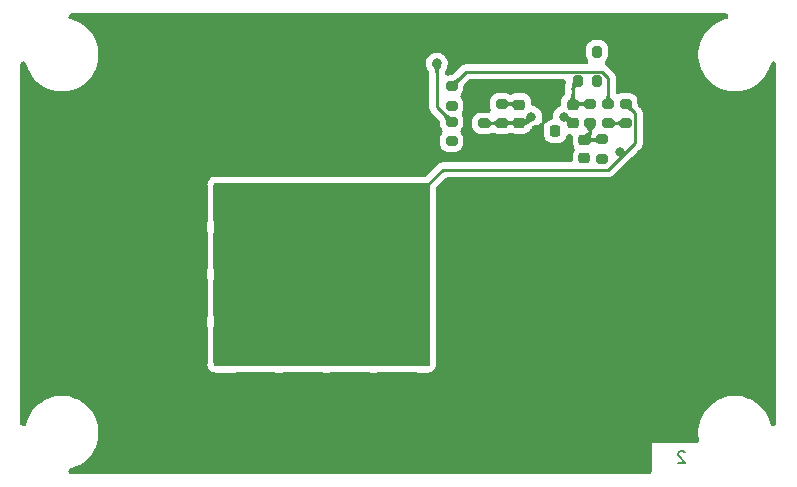
<source format=gbr>
%TF.GenerationSoftware,KiCad,Pcbnew,9.0.7*%
%TF.CreationDate,2026-02-15T21:39:57-05:00*%
%TF.ProjectId,Modular_Load,4d6f6475-6c61-4725-9f4c-6f61642e6b69,rev?*%
%TF.SameCoordinates,Original*%
%TF.FileFunction,Copper,L2,Bot*%
%TF.FilePolarity,Positive*%
%FSLAX46Y46*%
G04 Gerber Fmt 4.6, Leading zero omitted, Abs format (unit mm)*
G04 Created by KiCad (PCBNEW 9.0.7) date 2026-02-15 21:39:57*
%MOMM*%
%LPD*%
G01*
G04 APERTURE LIST*
G04 Aperture macros list*
%AMRoundRect*
0 Rectangle with rounded corners*
0 $1 Rounding radius*
0 $2 $3 $4 $5 $6 $7 $8 $9 X,Y pos of 4 corners*
0 Add a 4 corners polygon primitive as box body*
4,1,4,$2,$3,$4,$5,$6,$7,$8,$9,$2,$3,0*
0 Add four circle primitives for the rounded corners*
1,1,$1+$1,$2,$3*
1,1,$1+$1,$4,$5*
1,1,$1+$1,$6,$7*
1,1,$1+$1,$8,$9*
0 Add four rect primitives between the rounded corners*
20,1,$1+$1,$2,$3,$4,$5,0*
20,1,$1+$1,$4,$5,$6,$7,0*
20,1,$1+$1,$6,$7,$8,$9,0*
20,1,$1+$1,$8,$9,$2,$3,0*%
G04 Aperture macros list end*
%ADD10C,0.200000*%
%TA.AperFunction,NonConductor*%
%ADD11C,0.200000*%
%TD*%
%TA.AperFunction,SMDPad,CuDef*%
%ADD12RoundRect,0.250000X-1.450000X0.337500X-1.450000X-0.337500X1.450000X-0.337500X1.450000X0.337500X0*%
%TD*%
%TA.AperFunction,SMDPad,CuDef*%
%ADD13RoundRect,0.200000X0.275000X-0.200000X0.275000X0.200000X-0.275000X0.200000X-0.275000X-0.200000X0*%
%TD*%
%TA.AperFunction,SMDPad,CuDef*%
%ADD14RoundRect,0.200000X-0.275000X0.200000X-0.275000X-0.200000X0.275000X-0.200000X0.275000X0.200000X0*%
%TD*%
%TA.AperFunction,SMDPad,CuDef*%
%ADD15RoundRect,0.250000X-0.337500X-1.450000X0.337500X-1.450000X0.337500X1.450000X-0.337500X1.450000X0*%
%TD*%
%TA.AperFunction,SMDPad,CuDef*%
%ADD16RoundRect,0.200000X-0.200000X-0.275000X0.200000X-0.275000X0.200000X0.275000X-0.200000X0.275000X0*%
%TD*%
%TA.AperFunction,SMDPad,CuDef*%
%ADD17RoundRect,0.200000X0.200000X0.275000X-0.200000X0.275000X-0.200000X-0.275000X0.200000X-0.275000X0*%
%TD*%
%TA.AperFunction,SMDPad,CuDef*%
%ADD18RoundRect,0.250000X1.450000X-0.337500X1.450000X0.337500X-1.450000X0.337500X-1.450000X-0.337500X0*%
%TD*%
%TA.AperFunction,SMDPad,CuDef*%
%ADD19RoundRect,0.225000X-0.250000X0.225000X-0.250000X-0.225000X0.250000X-0.225000X0.250000X0.225000X0*%
%TD*%
%TA.AperFunction,SMDPad,CuDef*%
%ADD20RoundRect,0.250000X0.337500X1.450000X-0.337500X1.450000X-0.337500X-1.450000X0.337500X-1.450000X0*%
%TD*%
%TA.AperFunction,SMDPad,CuDef*%
%ADD21RoundRect,0.225000X0.225000X0.250000X-0.225000X0.250000X-0.225000X-0.250000X0.225000X-0.250000X0*%
%TD*%
%TA.AperFunction,ViaPad*%
%ADD22C,0.800000*%
%TD*%
%TA.AperFunction,Conductor*%
%ADD23C,0.250000*%
%TD*%
G04 APERTURE END LIST*
D10*
D11*
X148255713Y-94677457D02*
X148208094Y-94629838D01*
X148208094Y-94629838D02*
X148112856Y-94582219D01*
X148112856Y-94582219D02*
X147874761Y-94582219D01*
X147874761Y-94582219D02*
X147779523Y-94629838D01*
X147779523Y-94629838D02*
X147731904Y-94677457D01*
X147731904Y-94677457D02*
X147684285Y-94772695D01*
X147684285Y-94772695D02*
X147684285Y-94867933D01*
X147684285Y-94867933D02*
X147731904Y-95010790D01*
X147731904Y-95010790D02*
X148303332Y-95582219D01*
X148303332Y-95582219D02*
X147684285Y-95582219D01*
D12*
%TO.P,TJ14,1*%
%TO.N,/FB*%
X115900000Y-86762500D03*
%TO.P,TJ14,2*%
%TO.N,GND*%
X115900000Y-88437500D03*
%TD*%
D13*
%TO.P,R13,1*%
%TO.N,Net-(U1C--)*%
X131250000Y-66825000D03*
%TO.P,R13,2*%
%TO.N,GND*%
X131250000Y-65175000D03*
%TD*%
D14*
%TO.P,R8,1*%
%TO.N,Net-(U1A--)*%
X141250000Y-68175000D03*
%TO.P,R8,2*%
%TO.N,Net-(C4-Pad1)*%
X141250000Y-69825000D03*
%TD*%
D15*
%TO.P,TJ21,1*%
%TO.N,/FB*%
X126062500Y-75400000D03*
%TO.P,TJ21,2*%
%TO.N,GND*%
X127737500Y-75400000D03*
%TD*%
D16*
%TO.P,R14,1*%
%TO.N,Net-(C9-Pad1)*%
X139175000Y-63250000D03*
%TO.P,R14,2*%
%TO.N,Net-(R14-Pad2)*%
X140825000Y-63250000D03*
%TD*%
D12*
%TO.P,TJ19,1*%
%TO.N,/FB*%
X123900000Y-86762500D03*
%TO.P,TJ19,2*%
%TO.N,GND*%
X123900000Y-88437500D03*
%TD*%
D17*
%TO.P,R15,1*%
%TO.N,Net-(R15-Pad1)*%
X140825000Y-60750000D03*
%TO.P,R15,2*%
%TO.N,GND*%
X139175000Y-60750000D03*
%TD*%
D18*
%TO.P,TJ16,1*%
%TO.N,/FB*%
X119900000Y-72437500D03*
%TO.P,TJ16,2*%
%TO.N,GND*%
X119900000Y-70762500D03*
%TD*%
D19*
%TO.P,C9,1*%
%TO.N,Net-(C9-Pad1)*%
X138750000Y-65225000D03*
%TO.P,C9,2*%
%TO.N,Net-(U1B--)*%
X138750000Y-66775000D03*
%TD*%
D12*
%TO.P,TJ13,1*%
%TO.N,/FB*%
X111900000Y-86762500D03*
%TO.P,TJ13,2*%
%TO.N,GND*%
X111900000Y-88437500D03*
%TD*%
D19*
%TO.P,C7,1*%
%TO.N,Net-(U1A-+)*%
X134250000Y-65225000D03*
%TO.P,C7,2*%
%TO.N,Net-(U1C--)*%
X134250000Y-66775000D03*
%TD*%
%TO.P,C6,1*%
%TO.N,Net-(U1A--)*%
X139750000Y-68225000D03*
%TO.P,C6,2*%
%TO.N,Net-(U1D-+)*%
X139750000Y-69775000D03*
%TD*%
D14*
%TO.P,R10,1*%
%TO.N,/I_SET*%
X128500000Y-66675000D03*
%TO.P,R10,2*%
%TO.N,Net-(R10-Pad2)*%
X128500000Y-68325000D03*
%TD*%
D20*
%TO.P,TJ12,1*%
%TO.N,/FB*%
X108937500Y-85600000D03*
%TO.P,TJ12,2*%
%TO.N,GND*%
X107262500Y-85600000D03*
%TD*%
%TO.P,TJ9,1*%
%TO.N,/FB*%
X108937500Y-73600000D03*
%TO.P,TJ9,2*%
%TO.N,GND*%
X107262500Y-73600000D03*
%TD*%
D13*
%TO.P,R19,1*%
%TO.N,Net-(U1B-+)*%
X141750000Y-66825000D03*
%TO.P,R19,2*%
%TO.N,/Offset*%
X141750000Y-65175000D03*
%TD*%
D20*
%TO.P,TJ10,1*%
%TO.N,/FB*%
X108937500Y-77600000D03*
%TO.P,TJ10,2*%
%TO.N,GND*%
X107262500Y-77600000D03*
%TD*%
D18*
%TO.P,TJ17,1*%
%TO.N,/FB*%
X115900000Y-72437500D03*
%TO.P,TJ17,2*%
%TO.N,GND*%
X115900000Y-70762500D03*
%TD*%
D15*
%TO.P,TJ22,1*%
%TO.N,/FB*%
X126062500Y-83400000D03*
%TO.P,TJ22,2*%
%TO.N,GND*%
X127737500Y-83400000D03*
%TD*%
D18*
%TO.P,TJ15,1*%
%TO.N,/FB*%
X123900000Y-72437500D03*
%TO.P,TJ15,2*%
%TO.N,GND*%
X123900000Y-70762500D03*
%TD*%
D12*
%TO.P,TJ20,1*%
%TO.N,/FB*%
X119900000Y-86762500D03*
%TO.P,TJ20,2*%
%TO.N,GND*%
X119900000Y-88437500D03*
%TD*%
D21*
%TO.P,C3,1*%
%TO.N,+10V*%
X137275000Y-67500000D03*
%TO.P,C3,2*%
%TO.N,GND*%
X135725000Y-67500000D03*
%TD*%
D14*
%TO.P,R4,1*%
%TO.N,Net-(C9-Pad1)*%
X140250000Y-65175000D03*
%TO.P,R4,2*%
%TO.N,Net-(U1A--)*%
X140250000Y-66825000D03*
%TD*%
D15*
%TO.P,TJ23,1*%
%TO.N,/FB*%
X126062500Y-79400000D03*
%TO.P,TJ23,2*%
%TO.N,GND*%
X127737500Y-79400000D03*
%TD*%
D14*
%TO.P,R20,1*%
%TO.N,/FB*%
X143250000Y-65175000D03*
%TO.P,R20,2*%
%TO.N,Net-(U1B-+)*%
X143250000Y-66825000D03*
%TD*%
D20*
%TO.P,TJ11,1*%
%TO.N,/FB*%
X108937500Y-81600000D03*
%TO.P,TJ11,2*%
%TO.N,GND*%
X107262500Y-81600000D03*
%TD*%
D18*
%TO.P,TJ18,1*%
%TO.N,/FB*%
X111900000Y-72437500D03*
%TO.P,TJ18,2*%
%TO.N,GND*%
X111900000Y-70762500D03*
%TD*%
D14*
%TO.P,R12,1*%
%TO.N,Net-(U1A-+)*%
X132750000Y-65175000D03*
%TO.P,R12,2*%
%TO.N,Net-(U1C--)*%
X132750000Y-66825000D03*
%TD*%
D13*
%TO.P,R11,1*%
%TO.N,Net-(R11-Pad1)*%
X128500000Y-65325000D03*
%TO.P,R11,2*%
%TO.N,/Offset*%
X128500000Y-63675000D03*
%TD*%
D22*
%TO.N,GND*%
X109750000Y-92500000D03*
X143000000Y-76500000D03*
X103750000Y-63250000D03*
X113500000Y-88500000D03*
X106250000Y-82500000D03*
X114500000Y-88500000D03*
X127750000Y-82500000D03*
X137000000Y-78500000D03*
X112500000Y-88500000D03*
X141000000Y-74500000D03*
X107250000Y-79000000D03*
X137000000Y-74500000D03*
X114000000Y-69750000D03*
X112500000Y-70750000D03*
X113500000Y-70750000D03*
X140000000Y-83500000D03*
X141000000Y-80500000D03*
X106250000Y-84500000D03*
X107250000Y-84000000D03*
X127750000Y-77500000D03*
X115000000Y-69750000D03*
X145000000Y-84500000D03*
X137000000Y-82500000D03*
X115000000Y-89500000D03*
X128750000Y-79000000D03*
X137000000Y-84500000D03*
X128750000Y-80000000D03*
X116500000Y-88500000D03*
X140000000Y-81500000D03*
X143000000Y-74500000D03*
X139000000Y-84500000D03*
X116000000Y-89500000D03*
X107250000Y-83000000D03*
X142000000Y-83500000D03*
X144000000Y-77500000D03*
X107250000Y-81000000D03*
X112000000Y-69750000D03*
X119000000Y-89500000D03*
X139000000Y-82500000D03*
X145000000Y-74500000D03*
X146500000Y-92500000D03*
X143000000Y-84500000D03*
X140000000Y-75500000D03*
X138000000Y-75500000D03*
X137000000Y-80500000D03*
X141000000Y-78500000D03*
X106250000Y-79500000D03*
X115500000Y-88500000D03*
X106250000Y-81500000D03*
X118000000Y-69750000D03*
X144000000Y-81500000D03*
X113000000Y-69750000D03*
X138000000Y-77500000D03*
X120000000Y-89500000D03*
X141000000Y-82500000D03*
X141000000Y-76500000D03*
X107250000Y-78000000D03*
X127750000Y-80500000D03*
X145000000Y-76500000D03*
X142000000Y-75500000D03*
X106250000Y-80500000D03*
X126750000Y-66750000D03*
X111500000Y-70750000D03*
X116500000Y-70750000D03*
X117500000Y-88500000D03*
X137000000Y-76500000D03*
X113000000Y-89500000D03*
X114500000Y-70750000D03*
X140000000Y-77500000D03*
X104250000Y-92500000D03*
X143000000Y-80500000D03*
X128750000Y-81000000D03*
X127750000Y-81500000D03*
X118000000Y-89500000D03*
X139000000Y-80500000D03*
X107250000Y-80000000D03*
X144000000Y-83500000D03*
X114000000Y-89500000D03*
X142000000Y-79500000D03*
X115500000Y-70750000D03*
X119000000Y-69750000D03*
X145000000Y-80500000D03*
X135725000Y-67500000D03*
X127750000Y-78500000D03*
X117000000Y-69750000D03*
X106250000Y-78500000D03*
X143000000Y-78500000D03*
X138000000Y-83500000D03*
X117000000Y-89500000D03*
X145000000Y-78500000D03*
X139000000Y-74500000D03*
X120000000Y-69750000D03*
X138000000Y-79500000D03*
X142000000Y-77500000D03*
X127750000Y-79500000D03*
X120500000Y-88500000D03*
X119500000Y-88500000D03*
X128750000Y-82000000D03*
X144000000Y-75500000D03*
X107250000Y-85000000D03*
X128750000Y-78000000D03*
X118500000Y-88500000D03*
X142000000Y-81500000D03*
X117500000Y-70750000D03*
X106250000Y-83500000D03*
X107250000Y-82000000D03*
X136500000Y-64000000D03*
X139000000Y-76500000D03*
X143000000Y-82500000D03*
X140000000Y-79500000D03*
X138000000Y-81500000D03*
X120500000Y-70750000D03*
X139000000Y-78500000D03*
X122000000Y-69750000D03*
X145000000Y-82500000D03*
X116000000Y-69750000D03*
X119500000Y-70750000D03*
X121000000Y-69750000D03*
X118500000Y-70750000D03*
X141000000Y-84500000D03*
X111000000Y-69750000D03*
X121500000Y-70750000D03*
X144000000Y-79500000D03*
%TO.N,/Offset*%
X128500000Y-63675000D03*
%TO.N,+10V*%
X137275000Y-67500000D03*
%TO.N,Net-(C4-Pad1)*%
X141250000Y-69825000D03*
%TO.N,Net-(U1D-+)*%
X139750000Y-69775000D03*
%TO.N,/I_SET*%
X127250000Y-61750000D03*
%TO.N,Net-(U1C--)*%
X135250000Y-66250000D03*
%TO.N,Net-(U1A-+)*%
X134250000Y-65225000D03*
%TO.N,Net-(U1A--)*%
X141250000Y-68175000D03*
%TO.N,Net-(U1B--)*%
X138000000Y-66250000D03*
%TO.N,Net-(C9-Pad1)*%
X138750000Y-65225000D03*
%TO.N,/FB*%
X124000000Y-85000000D03*
X122000000Y-86000000D03*
X123000000Y-79500000D03*
X118000000Y-73000000D03*
X121000000Y-72500000D03*
X116000000Y-77000000D03*
X116000000Y-80000000D03*
X120000000Y-79000000D03*
X125000000Y-79500000D03*
X121000000Y-84500000D03*
X116000000Y-76000000D03*
X114000000Y-85000000D03*
X115000000Y-76500000D03*
X115000000Y-75500000D03*
X118000000Y-77000000D03*
X121000000Y-82500000D03*
X120000000Y-76000000D03*
X118000000Y-78000000D03*
X125000000Y-80500000D03*
X121000000Y-86500000D03*
X119000000Y-73500000D03*
X114000000Y-73000000D03*
X117000000Y-76500000D03*
X118000000Y-86000000D03*
X117000000Y-74500000D03*
X115000000Y-84500000D03*
X122000000Y-85000000D03*
X123000000Y-78500000D03*
X124000000Y-84000000D03*
X118000000Y-76000000D03*
X122000000Y-82000000D03*
X126000000Y-86000000D03*
X117000000Y-79500000D03*
X124000000Y-82000000D03*
X118000000Y-81000000D03*
X124000000Y-80000000D03*
X114000000Y-84000000D03*
X119000000Y-80500000D03*
X125000000Y-82500000D03*
X114000000Y-80000000D03*
X120000000Y-82000000D03*
X116000000Y-74000000D03*
X112000000Y-72500000D03*
X116000000Y-85000000D03*
X123000000Y-81500000D03*
X118000000Y-74000000D03*
X116000000Y-78000000D03*
X118000000Y-82000000D03*
X114000000Y-83000000D03*
X117000000Y-80500000D03*
X122000000Y-81000000D03*
X114000000Y-79000000D03*
X115000000Y-85500000D03*
X114000000Y-77000000D03*
X122000000Y-83000000D03*
X121000000Y-78500000D03*
X119000000Y-83500000D03*
X121000000Y-85500000D03*
X125000000Y-83500000D03*
X114000000Y-74000000D03*
X115000000Y-72500000D03*
X121000000Y-81500000D03*
X126000000Y-84000000D03*
X115000000Y-73500000D03*
X114000000Y-86000000D03*
X123000000Y-86500000D03*
X120000000Y-84000000D03*
X120000000Y-80000000D03*
X120000000Y-85000000D03*
X123000000Y-84500000D03*
X115000000Y-82500000D03*
X116000000Y-73000000D03*
X125000000Y-81500000D03*
X115000000Y-77500000D03*
X120000000Y-83000000D03*
X120000000Y-86000000D03*
X118000000Y-79000000D03*
X115000000Y-80500000D03*
X115000000Y-81500000D03*
X117000000Y-78500000D03*
X124000000Y-78000000D03*
X113000000Y-73500000D03*
X122000000Y-78000000D03*
X121000000Y-79500000D03*
X122000000Y-79000000D03*
X117000000Y-75500000D03*
X118000000Y-75000000D03*
X119000000Y-78500000D03*
X119000000Y-82500000D03*
X126000000Y-78000000D03*
X119000000Y-79500000D03*
X126000000Y-81000000D03*
X116000000Y-84000000D03*
X120000000Y-75000000D03*
X117000000Y-81500000D03*
X126000000Y-85000000D03*
X117000000Y-72500000D03*
X114000000Y-75000000D03*
X116000000Y-79000000D03*
X122000000Y-84000000D03*
X119000000Y-85500000D03*
X125000000Y-84500000D03*
X123000000Y-83500000D03*
X142750000Y-69250000D03*
X121000000Y-83500000D03*
X117000000Y-77500000D03*
X119000000Y-74500000D03*
X116000000Y-75000000D03*
X115000000Y-79500000D03*
X116000000Y-81000000D03*
X117000000Y-84500000D03*
X121000000Y-80500000D03*
X118000000Y-80000000D03*
X114000000Y-76000000D03*
X122000000Y-80000000D03*
X118000000Y-84000000D03*
X116000000Y-83000000D03*
X117000000Y-83500000D03*
X123000000Y-82500000D03*
X115000000Y-78500000D03*
X116000000Y-82000000D03*
X126000000Y-80000000D03*
X118000000Y-83000000D03*
X114000000Y-82000000D03*
X126000000Y-83000000D03*
X113000000Y-72500000D03*
X119000000Y-86500000D03*
X118000000Y-85000000D03*
X120000000Y-78000000D03*
X124000000Y-81000000D03*
X116000000Y-86000000D03*
X119000000Y-81500000D03*
X117000000Y-82500000D03*
X117000000Y-86500000D03*
X111000000Y-72500000D03*
X115000000Y-74500000D03*
X119000000Y-76500000D03*
X115000000Y-83500000D03*
X126000000Y-82000000D03*
X119000000Y-84500000D03*
X121000000Y-73500000D03*
X117000000Y-73500000D03*
X125000000Y-86500000D03*
X123000000Y-80500000D03*
X120000000Y-74000000D03*
X120000000Y-73000000D03*
X124000000Y-79000000D03*
X119000000Y-77500000D03*
X119000000Y-75500000D03*
X119000000Y-72500000D03*
X125000000Y-78500000D03*
X124000000Y-86000000D03*
X123000000Y-85500000D03*
X124000000Y-83000000D03*
X120000000Y-81000000D03*
X114000000Y-81000000D03*
X114000000Y-78000000D03*
X120000000Y-77000000D03*
X115000000Y-86500000D03*
X117000000Y-85500000D03*
X126000000Y-79000000D03*
X125000000Y-85500000D03*
%TO.N,Net-(R10-Pad2)*%
X128500000Y-68325000D03*
%TO.N,Net-(R11-Pad1)*%
X128500000Y-65325000D03*
%TO.N,Net-(U1B-+)*%
X141750000Y-66825000D03*
%TO.N,Net-(R14-Pad2)*%
X140825000Y-63250000D03*
%TO.N,Net-(R15-Pad1)*%
X140825000Y-60750000D03*
%TD*%
D23*
%TO.N,GND*%
X134750000Y-64000000D02*
X132000000Y-64000000D01*
X135725000Y-67500000D02*
X135725000Y-67275000D01*
X135725000Y-67275000D02*
X136250000Y-66750000D01*
X136250000Y-65500000D02*
X134750000Y-64000000D01*
X131250000Y-64750000D02*
X131250000Y-65175000D01*
X136250000Y-66750000D02*
X136250000Y-65500000D01*
X132000000Y-64000000D02*
X131250000Y-64750000D01*
%TO.N,/Offset*%
X141248418Y-62449000D02*
X141750000Y-62950582D01*
X128500000Y-63675000D02*
X129726000Y-62449000D01*
X141750000Y-62950582D02*
X141750000Y-65175000D01*
X129726000Y-62449000D02*
X141248418Y-62449000D01*
%TO.N,Net-(U1D-+)*%
X139725000Y-69800000D02*
X139750000Y-69775000D01*
%TO.N,/I_SET*%
X127250000Y-65425000D02*
X127250000Y-61750000D01*
X128500000Y-66675000D02*
X127250000Y-65425000D01*
%TO.N,Net-(U1C--)*%
X134250000Y-66775000D02*
X134725000Y-66775000D01*
X134250000Y-66775000D02*
X132800000Y-66775000D01*
X131250000Y-66825000D02*
X132750000Y-66825000D01*
X134725000Y-66775000D02*
X135250000Y-66250000D01*
X132800000Y-66775000D02*
X132750000Y-66825000D01*
%TO.N,Net-(U1A-+)*%
X132750000Y-65175000D02*
X134200000Y-65175000D01*
X134200000Y-65175000D02*
X134250000Y-65225000D01*
%TO.N,Net-(U1A--)*%
X140250000Y-66825000D02*
X140250000Y-67725000D01*
X139750000Y-68225000D02*
X141200000Y-68225000D01*
X140250000Y-67725000D02*
X139750000Y-68225000D01*
X141200000Y-68225000D02*
X141250000Y-68175000D01*
%TO.N,Net-(U1B--)*%
X138225000Y-66250000D02*
X138750000Y-66775000D01*
X138000000Y-66250000D02*
X138225000Y-66250000D01*
%TO.N,Net-(C9-Pad1)*%
X138800000Y-65175000D02*
X138750000Y-65225000D01*
X138750000Y-65225000D02*
X138750000Y-63675000D01*
X138750000Y-63675000D02*
X139175000Y-63250000D01*
X140250000Y-65175000D02*
X138800000Y-65175000D01*
%TO.N,/FB*%
X144000000Y-68500000D02*
X144051000Y-68500000D01*
X126449000Y-72051000D02*
X127750000Y-70750000D01*
X125600000Y-72437500D02*
X125986500Y-72051000D01*
X125986500Y-72051000D02*
X126449000Y-72051000D01*
X143250000Y-69250000D02*
X144000000Y-68500000D01*
X123900000Y-72437500D02*
X125600000Y-72437500D01*
X144051000Y-65976000D02*
X143250000Y-65175000D01*
X144051000Y-68500000D02*
X144051000Y-65976000D01*
X143250000Y-69250000D02*
X142750000Y-69250000D01*
X141750000Y-70750000D02*
X143250000Y-69250000D01*
X127750000Y-70750000D02*
X141750000Y-70750000D01*
%TO.N,Net-(U1B-+)*%
X143250000Y-66825000D02*
X141750000Y-66825000D01*
%TD*%
%TA.AperFunction,Conductor*%
%TO.N,GND*%
G36*
X151784146Y-57519454D02*
G01*
X151864928Y-57573430D01*
X151918904Y-57654212D01*
X151937858Y-57749500D01*
X151918904Y-57844788D01*
X151864928Y-57925570D01*
X151784146Y-57979546D01*
X151744268Y-57992256D01*
X151690750Y-58004471D01*
X151640318Y-58015982D01*
X151311626Y-58130995D01*
X150997880Y-58282087D01*
X150997856Y-58282100D01*
X150703003Y-58467369D01*
X150430740Y-58684491D01*
X150184491Y-58930740D01*
X149967369Y-59203003D01*
X149782100Y-59497856D01*
X149782087Y-59497880D01*
X149630995Y-59811626D01*
X149515982Y-60140318D01*
X149438491Y-60479827D01*
X149399500Y-60825867D01*
X149399500Y-61174132D01*
X149438491Y-61520172D01*
X149515982Y-61859681D01*
X149630995Y-62188373D01*
X149778066Y-62493770D01*
X149782094Y-62502133D01*
X149782098Y-62502139D01*
X149782100Y-62502143D01*
X149967369Y-62796996D01*
X150040092Y-62888188D01*
X150184494Y-63069263D01*
X150430737Y-63315506D01*
X150703003Y-63532630D01*
X150997867Y-63717906D01*
X151311621Y-63869002D01*
X151311624Y-63869003D01*
X151311626Y-63869004D01*
X151377455Y-63892038D01*
X151640319Y-63984018D01*
X151979829Y-64061509D01*
X152196106Y-64085877D01*
X152325867Y-64100499D01*
X152325880Y-64100500D01*
X152674120Y-64100500D01*
X152674132Y-64100499D01*
X152772434Y-64089422D01*
X153020171Y-64061509D01*
X153359681Y-63984018D01*
X153688379Y-63869002D01*
X154002133Y-63717906D01*
X154296997Y-63532630D01*
X154569263Y-63315506D01*
X154815506Y-63069263D01*
X155032630Y-62796997D01*
X155217906Y-62502133D01*
X155369002Y-62188379D01*
X155484018Y-61859681D01*
X155507743Y-61755732D01*
X155547426Y-61667052D01*
X155618024Y-61600307D01*
X155708791Y-61565660D01*
X155805908Y-61568385D01*
X155894590Y-61608068D01*
X155961335Y-61678666D01*
X155995982Y-61769433D01*
X155999500Y-61811142D01*
X155999500Y-92188857D01*
X155980546Y-92284145D01*
X155926570Y-92364927D01*
X155845788Y-92418903D01*
X155750500Y-92437857D01*
X155655212Y-92418903D01*
X155574430Y-92364927D01*
X155520454Y-92284145D01*
X155507743Y-92244266D01*
X155495096Y-92188857D01*
X155484018Y-92140319D01*
X155369002Y-91811621D01*
X155217906Y-91497867D01*
X155032630Y-91203003D01*
X154815506Y-90930737D01*
X154569263Y-90684494D01*
X154296997Y-90467370D01*
X154296998Y-90467370D01*
X154296996Y-90467369D01*
X154002143Y-90282100D01*
X154002139Y-90282098D01*
X154002133Y-90282094D01*
X154002123Y-90282089D01*
X154002119Y-90282087D01*
X153688373Y-90130995D01*
X153451659Y-90048166D01*
X153359681Y-90015982D01*
X153359683Y-90015982D01*
X153020172Y-89938491D01*
X152674132Y-89899500D01*
X152674120Y-89899500D01*
X152325880Y-89899500D01*
X152325867Y-89899500D01*
X151979827Y-89938491D01*
X151640318Y-90015982D01*
X151311626Y-90130995D01*
X150997880Y-90282087D01*
X150997856Y-90282100D01*
X150703003Y-90467369D01*
X150430740Y-90684491D01*
X150184491Y-90930740D01*
X149967369Y-91203003D01*
X149782100Y-91497856D01*
X149782087Y-91497880D01*
X149630995Y-91811626D01*
X149515982Y-92140318D01*
X149438491Y-92479827D01*
X149399500Y-92825867D01*
X149399500Y-93174132D01*
X149438491Y-93520175D01*
X149446575Y-93555593D01*
X149449300Y-93652710D01*
X149414652Y-93743477D01*
X149347906Y-93814075D01*
X149259225Y-93853757D01*
X149203818Y-93860000D01*
X145430000Y-93860000D01*
X145430000Y-93860001D01*
X145430000Y-96250500D01*
X145411046Y-96345788D01*
X145357070Y-96426570D01*
X145276288Y-96480546D01*
X145181000Y-96499500D01*
X96311142Y-96499500D01*
X96215854Y-96480546D01*
X96135072Y-96426570D01*
X96081096Y-96345788D01*
X96062142Y-96250500D01*
X96081096Y-96155212D01*
X96135072Y-96074430D01*
X96215854Y-96020454D01*
X96255731Y-96007743D01*
X96359681Y-95984018D01*
X96688379Y-95869002D01*
X97002133Y-95717906D01*
X97296997Y-95532630D01*
X97569263Y-95315506D01*
X97815506Y-95069263D01*
X98032630Y-94796997D01*
X98217906Y-94502133D01*
X98369002Y-94188379D01*
X98484018Y-93859681D01*
X98561509Y-93520171D01*
X98600500Y-93174120D01*
X98600500Y-92825880D01*
X98561509Y-92479829D01*
X98484018Y-92140319D01*
X98369002Y-91811621D01*
X98217906Y-91497867D01*
X98032630Y-91203003D01*
X97815506Y-90930737D01*
X97569263Y-90684494D01*
X97296997Y-90467370D01*
X97296998Y-90467370D01*
X97296996Y-90467369D01*
X97002143Y-90282100D01*
X97002139Y-90282098D01*
X97002133Y-90282094D01*
X97002123Y-90282089D01*
X97002119Y-90282087D01*
X96688373Y-90130995D01*
X96451659Y-90048166D01*
X96359681Y-90015982D01*
X96359683Y-90015982D01*
X96020172Y-89938491D01*
X95674132Y-89899500D01*
X95674120Y-89899500D01*
X95325880Y-89899500D01*
X95325867Y-89899500D01*
X94979827Y-89938491D01*
X94640318Y-90015982D01*
X94311626Y-90130995D01*
X93997880Y-90282087D01*
X93997856Y-90282100D01*
X93703003Y-90467369D01*
X93430740Y-90684491D01*
X93184491Y-90930740D01*
X92967369Y-91203003D01*
X92782100Y-91497856D01*
X92782087Y-91497880D01*
X92630995Y-91811626D01*
X92515983Y-92140316D01*
X92515983Y-92140318D01*
X92492257Y-92244266D01*
X92452574Y-92332947D01*
X92381975Y-92399692D01*
X92291208Y-92434339D01*
X92194091Y-92431614D01*
X92105410Y-92391931D01*
X92038665Y-92321332D01*
X92004018Y-92230565D01*
X92000500Y-92188857D01*
X92000500Y-71974000D01*
X107836500Y-71974000D01*
X107836500Y-72009940D01*
X107837165Y-72036066D01*
X107837807Y-72048668D01*
X107839800Y-72074726D01*
X107841044Y-72086906D01*
X107841339Y-72095097D01*
X107841114Y-72096484D01*
X107841500Y-72104052D01*
X107841500Y-75095942D01*
X107840216Y-75121197D01*
X107839804Y-75125237D01*
X107839801Y-75125268D01*
X107838358Y-75144127D01*
X107837805Y-75151358D01*
X107837163Y-75163952D01*
X107836500Y-75190043D01*
X107836500Y-76009957D01*
X107837163Y-76036047D01*
X107837807Y-76048664D01*
X107839800Y-76074727D01*
X107840211Y-76078749D01*
X107841500Y-76104052D01*
X107841500Y-79095942D01*
X107840216Y-79121197D01*
X107839804Y-79125237D01*
X107839801Y-79125268D01*
X107838358Y-79144127D01*
X107837805Y-79151358D01*
X107837163Y-79163952D01*
X107836500Y-79190043D01*
X107836500Y-80009957D01*
X107837163Y-80036047D01*
X107837807Y-80048664D01*
X107839800Y-80074727D01*
X107840211Y-80078749D01*
X107841500Y-80104052D01*
X107841500Y-83095942D01*
X107840216Y-83121197D01*
X107839804Y-83125237D01*
X107839801Y-83125268D01*
X107838358Y-83144127D01*
X107837805Y-83151358D01*
X107837163Y-83163952D01*
X107836500Y-83190043D01*
X107836500Y-84009957D01*
X107837163Y-84036047D01*
X107837807Y-84048664D01*
X107839800Y-84074727D01*
X107840211Y-84078749D01*
X107841500Y-84104052D01*
X107841500Y-87082872D01*
X107841500Y-87082881D01*
X107841501Y-87100544D01*
X107841913Y-87104584D01*
X107839801Y-87125268D01*
X107837807Y-87151335D01*
X107837165Y-87163938D01*
X107836500Y-87190062D01*
X107836500Y-87276000D01*
X107841727Y-87349080D01*
X107846750Y-87384015D01*
X107862321Y-87455595D01*
X107874929Y-87483206D01*
X107887683Y-87521523D01*
X107887684Y-87521525D01*
X107894106Y-87540818D01*
X107894332Y-87541291D01*
X107921678Y-87585578D01*
X107923034Y-87588546D01*
X107926929Y-87594607D01*
X107927161Y-87594457D01*
X107935262Y-87607576D01*
X107958770Y-87644155D01*
X107962433Y-87650053D01*
X107964573Y-87653186D01*
X107966378Y-87655994D01*
X108009436Y-87705684D01*
X108009442Y-87705691D01*
X108048739Y-87751043D01*
X108056536Y-87757799D01*
X108079898Y-87772812D01*
X108108341Y-87794103D01*
X108125609Y-87809065D01*
X108129339Y-87812297D01*
X108129825Y-87812609D01*
X108130781Y-87813062D01*
X108174613Y-87834586D01*
X108178103Y-87836180D01*
X108178107Y-87836182D01*
X108221263Y-87855890D01*
X108243040Y-87865835D01*
X108243068Y-87865848D01*
X108243069Y-87865848D01*
X108250796Y-87869375D01*
X108250822Y-87869386D01*
X108252395Y-87870104D01*
X108253672Y-87870479D01*
X108253775Y-87870513D01*
X108262280Y-87873010D01*
X108262286Y-87873013D01*
X108287637Y-87880457D01*
X108287637Y-87880456D01*
X108320615Y-87890139D01*
X108320615Y-87890140D01*
X108329301Y-87892691D01*
X108329330Y-87892700D01*
X108329335Y-87892700D01*
X108336951Y-87894937D01*
X108373083Y-87905546D01*
X108383306Y-87907016D01*
X108383307Y-87907015D01*
X108383308Y-87907016D01*
X108411060Y-87907013D01*
X108446521Y-87909548D01*
X108459167Y-87911367D01*
X108473991Y-87913499D01*
X108473995Y-87913499D01*
X108474000Y-87913500D01*
X108474004Y-87913500D01*
X110131048Y-87913500D01*
X110131049Y-87913500D01*
X110212857Y-87906941D01*
X110251859Y-87900647D01*
X110331569Y-87881142D01*
X110361751Y-87871139D01*
X110440080Y-87858499D01*
X113359917Y-87858499D01*
X113438238Y-87871137D01*
X113468430Y-87881142D01*
X113496989Y-87888130D01*
X113548116Y-87900642D01*
X113548121Y-87900643D01*
X113548142Y-87900648D01*
X113587145Y-87906942D01*
X113659861Y-87912771D01*
X113668950Y-87913500D01*
X113668951Y-87913500D01*
X114131048Y-87913500D01*
X114131049Y-87913500D01*
X114212857Y-87906941D01*
X114251859Y-87900647D01*
X114331569Y-87881142D01*
X114361751Y-87871139D01*
X114440080Y-87858499D01*
X117359917Y-87858499D01*
X117438238Y-87871137D01*
X117468430Y-87881142D01*
X117496989Y-87888130D01*
X117548116Y-87900642D01*
X117548121Y-87900643D01*
X117548142Y-87900648D01*
X117587145Y-87906942D01*
X117659861Y-87912771D01*
X117668950Y-87913500D01*
X117668951Y-87913500D01*
X118131048Y-87913500D01*
X118131049Y-87913500D01*
X118212857Y-87906941D01*
X118251859Y-87900647D01*
X118331569Y-87881142D01*
X118361751Y-87871139D01*
X118440080Y-87858499D01*
X121359917Y-87858499D01*
X121438238Y-87871137D01*
X121468430Y-87881142D01*
X121496989Y-87888130D01*
X121548116Y-87900642D01*
X121548121Y-87900643D01*
X121548142Y-87900648D01*
X121587145Y-87906942D01*
X121659861Y-87912771D01*
X121668950Y-87913500D01*
X121668951Y-87913500D01*
X122131048Y-87913500D01*
X122131049Y-87913500D01*
X122212857Y-87906941D01*
X122251859Y-87900647D01*
X122331569Y-87881142D01*
X122361751Y-87871139D01*
X122440080Y-87858499D01*
X125359917Y-87858499D01*
X125438238Y-87871137D01*
X125468430Y-87881142D01*
X125496989Y-87888130D01*
X125548116Y-87900642D01*
X125548121Y-87900643D01*
X125548142Y-87900648D01*
X125587145Y-87906942D01*
X125659861Y-87912771D01*
X125668950Y-87913500D01*
X125668951Y-87913500D01*
X126525998Y-87913500D01*
X126526000Y-87913500D01*
X126635157Y-87901764D01*
X126635162Y-87901763D01*
X126635163Y-87901763D01*
X126686661Y-87890560D01*
X126686664Y-87890559D01*
X126686665Y-87890558D01*
X126686668Y-87890558D01*
X126790827Y-87855890D01*
X126913782Y-87776871D01*
X126966586Y-87731116D01*
X127062297Y-87620661D01*
X127123014Y-87487713D01*
X127142699Y-87420674D01*
X127142700Y-87420670D01*
X127163500Y-87276000D01*
X127163500Y-84990058D01*
X127162835Y-84963932D01*
X127162193Y-84951330D01*
X127160199Y-84925269D01*
X127159790Y-84921274D01*
X127158499Y-84895975D01*
X127158499Y-81904047D01*
X127159789Y-81878733D01*
X127160198Y-81874734D01*
X127162193Y-81848663D01*
X127162835Y-81836060D01*
X127163500Y-81809936D01*
X127163500Y-80990058D01*
X127162835Y-80963932D01*
X127162193Y-80951330D01*
X127160199Y-80925269D01*
X127159790Y-80921274D01*
X127158499Y-80895975D01*
X127158499Y-77904047D01*
X127159789Y-77878733D01*
X127160198Y-77874734D01*
X127162193Y-77848663D01*
X127162835Y-77836060D01*
X127163500Y-77809936D01*
X127163500Y-76990058D01*
X127162835Y-76963932D01*
X127162193Y-76951330D01*
X127160199Y-76925269D01*
X127159790Y-76921274D01*
X127158499Y-76895975D01*
X127158499Y-73904047D01*
X127159789Y-73878733D01*
X127160198Y-73874734D01*
X127162193Y-73848663D01*
X127162835Y-73836060D01*
X127163500Y-73809936D01*
X127163500Y-72335544D01*
X127182454Y-72240256D01*
X127236430Y-72159474D01*
X127939474Y-71456430D01*
X128020256Y-71402454D01*
X128115544Y-71383500D01*
X141812391Y-71383500D01*
X141812394Y-71383500D01*
X141934785Y-71359155D01*
X142050075Y-71311400D01*
X142153833Y-71242071D01*
X143291069Y-70104834D01*
X143321331Y-70078906D01*
X143352021Y-70043882D01*
X143551368Y-69844535D01*
X143742072Y-69653833D01*
X144168891Y-69227012D01*
X144289360Y-69106542D01*
X144340957Y-69068279D01*
X144340903Y-69068197D01*
X144342577Y-69067078D01*
X144348070Y-69063005D01*
X144351060Y-69061405D01*
X144351075Y-69061400D01*
X144454833Y-68992071D01*
X144543071Y-68903833D01*
X144612400Y-68800075D01*
X144660155Y-68684785D01*
X144684500Y-68562394D01*
X144684500Y-65913606D01*
X144660155Y-65791215D01*
X144612400Y-65675925D01*
X144543071Y-65572167D01*
X144515223Y-65544319D01*
X144454833Y-65483928D01*
X144454833Y-65483929D01*
X144412398Y-65441494D01*
X144393958Y-65420881D01*
X144387526Y-65412833D01*
X144386727Y-65411479D01*
X144303477Y-65307670D01*
X144303377Y-65307476D01*
X144284370Y-65280152D01*
X144273492Y-65261989D01*
X144261210Y-65238789D01*
X144257537Y-65230867D01*
X144234651Y-65136446D01*
X144234771Y-65113225D01*
X144236181Y-65086092D01*
X144236078Y-65082384D01*
X144236076Y-65082375D01*
X144235297Y-65074133D01*
X144235729Y-65074092D01*
X144233499Y-65046418D01*
X144233499Y-64917746D01*
X144233499Y-64917736D01*
X144227013Y-64846351D01*
X144175827Y-64682087D01*
X144086816Y-64534845D01*
X143965155Y-64413184D01*
X143817913Y-64324173D01*
X143653649Y-64272987D01*
X143653641Y-64272985D01*
X143582269Y-64266500D01*
X142917731Y-64266500D01*
X142846350Y-64272986D01*
X142706577Y-64316541D01*
X142609964Y-64326793D01*
X142516782Y-64299293D01*
X142441218Y-64238227D01*
X142394774Y-64152892D01*
X142383500Y-64078815D01*
X142383500Y-62888190D01*
X142383500Y-62888188D01*
X142359155Y-62765797D01*
X142311400Y-62650507D01*
X142242071Y-62546749D01*
X142199179Y-62503857D01*
X142153834Y-62458511D01*
X141652251Y-61956929D01*
X141570501Y-61902305D01*
X141501803Y-61833607D01*
X141464623Y-61743847D01*
X141464623Y-61646692D01*
X141501803Y-61556933D01*
X141532766Y-61519204D01*
X141586816Y-61465155D01*
X141675827Y-61317913D01*
X141727013Y-61153649D01*
X141733500Y-61082265D01*
X141733500Y-60803504D01*
X141733500Y-60660521D01*
X141733500Y-60660519D01*
X141733500Y-60645261D01*
X141733499Y-60645243D01*
X141733499Y-60417746D01*
X141733499Y-60417736D01*
X141727013Y-60346351D01*
X141675827Y-60182087D01*
X141586816Y-60034845D01*
X141465155Y-59913184D01*
X141317913Y-59824173D01*
X141153649Y-59772987D01*
X141153641Y-59772985D01*
X141082269Y-59766500D01*
X140567731Y-59766500D01*
X140496352Y-59772986D01*
X140332085Y-59824173D01*
X140184846Y-59913183D01*
X140063183Y-60034846D01*
X139974173Y-60182086D01*
X139922987Y-60346350D01*
X139922985Y-60346358D01*
X139916500Y-60417720D01*
X139916500Y-61082268D01*
X139922986Y-61153647D01*
X139974174Y-61317915D01*
X139974175Y-61317917D01*
X140046576Y-61437683D01*
X140079652Y-61529034D01*
X140075252Y-61626089D01*
X140034045Y-61714073D01*
X139962304Y-61779589D01*
X139870953Y-61812665D01*
X139833487Y-61815500D01*
X129788394Y-61815500D01*
X129663606Y-61815500D01*
X129541215Y-61839845D01*
X129541213Y-61839845D01*
X129541212Y-61839846D01*
X129425929Y-61887597D01*
X129425924Y-61887600D01*
X129322168Y-61956928D01*
X129322166Y-61956929D01*
X128764075Y-62515019D01*
X128745368Y-62531921D01*
X128735367Y-62540075D01*
X128731758Y-62542264D01*
X128606879Y-62644853D01*
X128606405Y-62645240D01*
X128606060Y-62645422D01*
X128582411Y-62662539D01*
X128545540Y-62685925D01*
X128470152Y-62717810D01*
X128418355Y-62730211D01*
X128347513Y-62747173D01*
X128347504Y-62747175D01*
X128347502Y-62747176D01*
X128312290Y-62757123D01*
X128244601Y-62766500D01*
X128171494Y-62766500D01*
X128076206Y-62747546D01*
X127995424Y-62693570D01*
X127941448Y-62612788D01*
X127922494Y-62517500D01*
X127941448Y-62422212D01*
X127959259Y-62387282D01*
X128013891Y-62298254D01*
X128034147Y-62262040D01*
X128035002Y-62260355D01*
X128052283Y-62222585D01*
X128087657Y-62136198D01*
X128099470Y-62104391D01*
X128099961Y-62102922D01*
X128109683Y-62070272D01*
X128135911Y-61970154D01*
X128139342Y-61956270D01*
X128139494Y-61955616D01*
X128150670Y-61886361D01*
X128150669Y-61886359D01*
X128152767Y-61873365D01*
X128152831Y-61873375D01*
X128154688Y-61858639D01*
X128158500Y-61839479D01*
X128158500Y-61660521D01*
X128123587Y-61485000D01*
X128055102Y-61319664D01*
X127955678Y-61170865D01*
X127829135Y-61044322D01*
X127762802Y-61000000D01*
X127680336Y-60944898D01*
X127680331Y-60944895D01*
X127515001Y-60876413D01*
X127456493Y-60864775D01*
X127339479Y-60841500D01*
X127160521Y-60841500D01*
X127072760Y-60858956D01*
X126984998Y-60876413D01*
X126819668Y-60944895D01*
X126819663Y-60944898D01*
X126670868Y-61044319D01*
X126544319Y-61170868D01*
X126444898Y-61319663D01*
X126444895Y-61319668D01*
X126376413Y-61484998D01*
X126341500Y-61660522D01*
X126341500Y-61839480D01*
X126356034Y-61912550D01*
X126359529Y-61935825D01*
X126362432Y-61964249D01*
X126362434Y-61964261D01*
X126382601Y-62045067D01*
X126389998Y-62071645D01*
X126390359Y-62072819D01*
X126398903Y-62098223D01*
X126426212Y-62172907D01*
X126441465Y-62210048D01*
X126442230Y-62211722D01*
X126460449Y-62247760D01*
X126530664Y-62374046D01*
X126543054Y-62395134D01*
X126543611Y-62396032D01*
X126543621Y-62396047D01*
X126556674Y-62416045D01*
X126556682Y-62416056D01*
X126568017Y-62432571D01*
X126573612Y-62445618D01*
X126582593Y-62456613D01*
X126591389Y-62487067D01*
X126606312Y-62521860D01*
X126610578Y-62549650D01*
X126610842Y-62552406D01*
X126612097Y-62569357D01*
X126615197Y-62597704D01*
X126615357Y-62599363D01*
X126615255Y-62600367D01*
X126616500Y-62623190D01*
X126616500Y-65362606D01*
X126616500Y-65487394D01*
X126640845Y-65609785D01*
X126640846Y-65609787D01*
X126688597Y-65725070D01*
X126688600Y-65725075D01*
X126751802Y-65819664D01*
X126757928Y-65828831D01*
X126757929Y-65828833D01*
X127337603Y-66408508D01*
X127356043Y-66429120D01*
X127362471Y-66437163D01*
X127363272Y-66438520D01*
X127446514Y-66542319D01*
X127446614Y-66542512D01*
X127465620Y-66569834D01*
X127476508Y-66588013D01*
X127488801Y-66611235D01*
X127492470Y-66619150D01*
X127515348Y-66713573D01*
X127515227Y-66736760D01*
X127513818Y-66763929D01*
X127513818Y-66763938D01*
X127513921Y-66767622D01*
X127514703Y-66775886D01*
X127514270Y-66775926D01*
X127516500Y-66803593D01*
X127516500Y-66932268D01*
X127522986Y-67003647D01*
X127574173Y-67167914D01*
X127663185Y-67315157D01*
X127671963Y-67323935D01*
X127725937Y-67404718D01*
X127744889Y-67500006D01*
X127725933Y-67595294D01*
X127671963Y-67676065D01*
X127663185Y-67684842D01*
X127574173Y-67832086D01*
X127522987Y-67996350D01*
X127522985Y-67996358D01*
X127516500Y-68067720D01*
X127516500Y-68582268D01*
X127522986Y-68653647D01*
X127574173Y-68817914D01*
X127628657Y-68908040D01*
X127663184Y-68965155D01*
X127784845Y-69086816D01*
X127932087Y-69175827D01*
X128096351Y-69227013D01*
X128167735Y-69233500D01*
X128410519Y-69233499D01*
X128410521Y-69233500D01*
X128589479Y-69233500D01*
X128589482Y-69233499D01*
X128832264Y-69233499D01*
X128903649Y-69227013D01*
X129067913Y-69175827D01*
X129215155Y-69086816D01*
X129336816Y-68965155D01*
X129425827Y-68817913D01*
X129477013Y-68653649D01*
X129481949Y-68599338D01*
X129483499Y-68582279D01*
X129483499Y-68582276D01*
X129483500Y-68582265D01*
X129483499Y-68067736D01*
X129477013Y-67996351D01*
X129425827Y-67832087D01*
X129336816Y-67684845D01*
X129328037Y-67676066D01*
X129274064Y-67595288D01*
X129255110Y-67500000D01*
X129274064Y-67404712D01*
X129328037Y-67323933D01*
X129336816Y-67315155D01*
X129425827Y-67167913D01*
X129477013Y-67003649D01*
X129481373Y-66955678D01*
X129483499Y-66932279D01*
X129483499Y-66932276D01*
X129483500Y-66932265D01*
X129483499Y-66417736D01*
X129477013Y-66346351D01*
X129425827Y-66182087D01*
X129393624Y-66128817D01*
X129360548Y-66037468D01*
X129364948Y-65940413D01*
X129393625Y-65871181D01*
X129425827Y-65817913D01*
X129477013Y-65653649D01*
X129483500Y-65582265D01*
X129483499Y-65067736D01*
X129483386Y-65066494D01*
X129477013Y-64996352D01*
X129452516Y-64917736D01*
X129425827Y-64832087D01*
X129336816Y-64684845D01*
X129328037Y-64676066D01*
X129274064Y-64595288D01*
X129255110Y-64500000D01*
X129274064Y-64404712D01*
X129328037Y-64323933D01*
X129336816Y-64315155D01*
X129425827Y-64167913D01*
X129477013Y-64003649D01*
X129483500Y-63932265D01*
X129483499Y-63767441D01*
X129484128Y-63749755D01*
X129484220Y-63748454D01*
X129486610Y-63719182D01*
X129486468Y-63716884D01*
X129487200Y-63706617D01*
X129498066Y-63666958D01*
X129506494Y-63626709D01*
X129507617Y-63624114D01*
X129511690Y-63614847D01*
X129532212Y-63577296D01*
X129577215Y-63509536D01*
X129598037Y-63482430D01*
X129620185Y-63457369D01*
X129642203Y-63430450D01*
X129658851Y-63412051D01*
X129915474Y-63155430D01*
X129996256Y-63101454D01*
X130091543Y-63082500D01*
X137937071Y-63082500D01*
X138032359Y-63101454D01*
X138113141Y-63155430D01*
X138167117Y-63236212D01*
X138186071Y-63331500D01*
X138167117Y-63426787D01*
X138140846Y-63490209D01*
X138136999Y-63509552D01*
X138123528Y-63577277D01*
X138116500Y-63612608D01*
X138116500Y-64237149D01*
X138114408Y-64269358D01*
X138113525Y-64276127D01*
X138082405Y-64368162D01*
X138042687Y-64419987D01*
X137920715Y-64541959D01*
X137830697Y-64687899D01*
X137776764Y-64850661D01*
X137766500Y-64951127D01*
X137766500Y-65196988D01*
X137747546Y-65292276D01*
X137693570Y-65373058D01*
X137612792Y-65427032D01*
X137569673Y-65444893D01*
X137569663Y-65444898D01*
X137420868Y-65544319D01*
X137294319Y-65670868D01*
X137194898Y-65819663D01*
X137194895Y-65819668D01*
X137126413Y-65984998D01*
X137091500Y-66160522D01*
X137091500Y-66284573D01*
X137072546Y-66379861D01*
X137018570Y-66460643D01*
X136937788Y-66514619D01*
X136913469Y-66522190D01*
X136913568Y-66522488D01*
X136737899Y-66580697D01*
X136591959Y-66670715D01*
X136549046Y-66713628D01*
X136468264Y-66767604D01*
X136372976Y-66786557D01*
X136277688Y-66767602D01*
X136196907Y-66713625D01*
X136142931Y-66632843D01*
X136123978Y-66537555D01*
X136128761Y-66488987D01*
X136158500Y-66339479D01*
X136158500Y-66160521D01*
X136123587Y-65985000D01*
X136076441Y-65871181D01*
X136055104Y-65819668D01*
X136055101Y-65819663D01*
X135991896Y-65725070D01*
X135955678Y-65670865D01*
X135829135Y-65544322D01*
X135768263Y-65503649D01*
X135680336Y-65444898D01*
X135680331Y-65444895D01*
X135514999Y-65376412D01*
X135514996Y-65376411D01*
X135433922Y-65360285D01*
X135344163Y-65323106D01*
X135275464Y-65254406D01*
X135238284Y-65164647D01*
X135233500Y-65116070D01*
X135233500Y-64951135D01*
X135233500Y-64951128D01*
X135223236Y-64850664D01*
X135169302Y-64687899D01*
X135079285Y-64541960D01*
X134958040Y-64420715D01*
X134956860Y-64419987D01*
X134812100Y-64330697D01*
X134649338Y-64276764D01*
X134548872Y-64266500D01*
X133951128Y-64266500D01*
X133951127Y-64266500D01*
X133850661Y-64276764D01*
X133687901Y-64330697D01*
X133639521Y-64360538D01*
X133548468Y-64394429D01*
X133451378Y-64390895D01*
X133379988Y-64361698D01*
X133317915Y-64324174D01*
X133317913Y-64324173D01*
X133153649Y-64272987D01*
X133153641Y-64272985D01*
X133082269Y-64266500D01*
X132417731Y-64266500D01*
X132346352Y-64272986D01*
X132182085Y-64324173D01*
X132034846Y-64413183D01*
X131913183Y-64534846D01*
X131824173Y-64682086D01*
X131772987Y-64846350D01*
X131772985Y-64846358D01*
X131766500Y-64917720D01*
X131766500Y-65432268D01*
X131772986Y-65503649D01*
X131800961Y-65593423D01*
X131811213Y-65690035D01*
X131783713Y-65783217D01*
X131722647Y-65858782D01*
X131637312Y-65905226D01*
X131563235Y-65916500D01*
X130917731Y-65916500D01*
X130846352Y-65922986D01*
X130682085Y-65974173D01*
X130534846Y-66063183D01*
X130413183Y-66184846D01*
X130324173Y-66332086D01*
X130272987Y-66496350D01*
X130272985Y-66496358D01*
X130266500Y-66567720D01*
X130266500Y-67082268D01*
X130272986Y-67153647D01*
X130324173Y-67317914D01*
X130390312Y-67427320D01*
X130413184Y-67465155D01*
X130534845Y-67586816D01*
X130682087Y-67675827D01*
X130846351Y-67727013D01*
X130846355Y-67727013D01*
X130846358Y-67727014D01*
X130874912Y-67729608D01*
X130917735Y-67733500D01*
X131582264Y-67733499D01*
X131582268Y-67733499D01*
X131629854Y-67729175D01*
X131653649Y-67727013D01*
X131817913Y-67675827D01*
X131871182Y-67643624D01*
X131962532Y-67610548D01*
X132059587Y-67614948D01*
X132128817Y-67643624D01*
X132182087Y-67675827D01*
X132346351Y-67727013D01*
X132346355Y-67727013D01*
X132346358Y-67727014D01*
X132374912Y-67729608D01*
X132417735Y-67733500D01*
X133082264Y-67733499D01*
X133082268Y-67733499D01*
X133129854Y-67729175D01*
X133153649Y-67727013D01*
X133317913Y-67675827D01*
X133379989Y-67638300D01*
X133471337Y-67605226D01*
X133568392Y-67609626D01*
X133639522Y-67639462D01*
X133687899Y-67669302D01*
X133850664Y-67723236D01*
X133951128Y-67733500D01*
X133951136Y-67733500D01*
X134548864Y-67733500D01*
X134548872Y-67733500D01*
X134649336Y-67723236D01*
X134812101Y-67669302D01*
X134958040Y-67579285D01*
X135079285Y-67458040D01*
X135149622Y-67344006D01*
X135152114Y-67341326D01*
X135153491Y-67337932D01*
X135171742Y-67320215D01*
X135215776Y-67272858D01*
X135221678Y-67268725D01*
X135226260Y-67265613D01*
X135237971Y-67258403D01*
X135307328Y-67210570D01*
X135308085Y-67210057D01*
X135308163Y-67210023D01*
X135311839Y-67207557D01*
X135354885Y-67179476D01*
X135426720Y-67147449D01*
X135449884Y-67141267D01*
X135481671Y-67131515D01*
X135506110Y-67125355D01*
X135515000Y-67123587D01*
X135680336Y-67055102D01*
X135829135Y-66955678D01*
X135905817Y-66878995D01*
X135986592Y-66825024D01*
X136081881Y-66806069D01*
X136177169Y-66825022D01*
X136257951Y-66878998D01*
X136311927Y-66959779D01*
X136330882Y-67055068D01*
X136327496Y-67087074D01*
X136328146Y-67087141D01*
X136326764Y-67100662D01*
X136326764Y-67100664D01*
X136322616Y-67141267D01*
X136316500Y-67201127D01*
X136316500Y-67798872D01*
X136326764Y-67899338D01*
X136380697Y-68062100D01*
X136448244Y-68171609D01*
X136470715Y-68208040D01*
X136591960Y-68329285D01*
X136737899Y-68419302D01*
X136900664Y-68473236D01*
X137001128Y-68483500D01*
X137001136Y-68483500D01*
X137548864Y-68483500D01*
X137548872Y-68483500D01*
X137649336Y-68473236D01*
X137812101Y-68419302D01*
X137958040Y-68329285D01*
X138079285Y-68208040D01*
X138169302Y-68062101D01*
X138221631Y-67904178D01*
X138226158Y-67896203D01*
X138227947Y-67887212D01*
X138249997Y-67854210D01*
X138269595Y-67819689D01*
X138276828Y-67814054D01*
X138281923Y-67806430D01*
X138314928Y-67784377D01*
X138346241Y-67759986D01*
X138355080Y-67757548D01*
X138362705Y-67752454D01*
X138401633Y-67744710D01*
X138439900Y-67734158D01*
X138457993Y-67733500D01*
X138517500Y-67733500D01*
X138612788Y-67752454D01*
X138693570Y-67806430D01*
X138747546Y-67887212D01*
X138766500Y-67982500D01*
X138766500Y-68498872D01*
X138776764Y-68599338D01*
X138830697Y-68762100D01*
X138896808Y-68869281D01*
X138930700Y-68960332D01*
X138927168Y-69057423D01*
X138896808Y-69130719D01*
X138830697Y-69237899D01*
X138776764Y-69400661D01*
X138766500Y-69501127D01*
X138766500Y-69867500D01*
X138747546Y-69962788D01*
X138693570Y-70043570D01*
X138612788Y-70097546D01*
X138517500Y-70116500D01*
X127812394Y-70116500D01*
X127687606Y-70116500D01*
X127565215Y-70140845D01*
X127565213Y-70140845D01*
X127565212Y-70140846D01*
X127449929Y-70188597D01*
X127449924Y-70188600D01*
X127346170Y-70257926D01*
X126340526Y-71263570D01*
X126259744Y-71317546D01*
X126164456Y-71336500D01*
X125490059Y-71336500D01*
X125463974Y-71337163D01*
X125463968Y-71337163D01*
X125463940Y-71337164D01*
X125451399Y-71337802D01*
X125451374Y-71337803D01*
X125451372Y-71337804D01*
X125448910Y-71337992D01*
X125425258Y-71339800D01*
X125421230Y-71340212D01*
X125395935Y-71341500D01*
X122404056Y-71341500D01*
X122378798Y-71340216D01*
X122374747Y-71339802D01*
X122348641Y-71337805D01*
X122336047Y-71337163D01*
X122309955Y-71336500D01*
X122309937Y-71336500D01*
X121490059Y-71336500D01*
X121463974Y-71337163D01*
X121463968Y-71337163D01*
X121463940Y-71337164D01*
X121451399Y-71337802D01*
X121451374Y-71337803D01*
X121451372Y-71337804D01*
X121448910Y-71337992D01*
X121425258Y-71339800D01*
X121421230Y-71340212D01*
X121395935Y-71341500D01*
X118404056Y-71341500D01*
X118378798Y-71340216D01*
X118374747Y-71339802D01*
X118348641Y-71337805D01*
X118336047Y-71337163D01*
X118309955Y-71336500D01*
X118309937Y-71336500D01*
X117490059Y-71336500D01*
X117463974Y-71337163D01*
X117463968Y-71337163D01*
X117463940Y-71337164D01*
X117451399Y-71337802D01*
X117451374Y-71337803D01*
X117451372Y-71337804D01*
X117448910Y-71337992D01*
X117425258Y-71339800D01*
X117421230Y-71340212D01*
X117395935Y-71341500D01*
X114404056Y-71341500D01*
X114378798Y-71340216D01*
X114374747Y-71339802D01*
X114348641Y-71337805D01*
X114336047Y-71337163D01*
X114309955Y-71336500D01*
X114309937Y-71336500D01*
X113490059Y-71336500D01*
X113463974Y-71337163D01*
X113463968Y-71337163D01*
X113463940Y-71337164D01*
X113451399Y-71337802D01*
X113451374Y-71337803D01*
X113451372Y-71337804D01*
X113448910Y-71337992D01*
X113425258Y-71339800D01*
X113421230Y-71340212D01*
X113395935Y-71341500D01*
X110404056Y-71341500D01*
X110378798Y-71340216D01*
X110374747Y-71339802D01*
X110348641Y-71337805D01*
X110336047Y-71337163D01*
X110309955Y-71336500D01*
X110309937Y-71336500D01*
X108474000Y-71336500D01*
X108473996Y-71336500D01*
X108364837Y-71348236D01*
X108364836Y-71348236D01*
X108313338Y-71359439D01*
X108313335Y-71359440D01*
X108209172Y-71394109D01*
X108086223Y-71473125D01*
X108086213Y-71473132D01*
X108033421Y-71518877D01*
X108033407Y-71518891D01*
X107937703Y-71629337D01*
X107876985Y-71762287D01*
X107857301Y-71829321D01*
X107857300Y-71829330D01*
X107836500Y-71974000D01*
X92000500Y-71974000D01*
X92000500Y-61811142D01*
X92019454Y-61715854D01*
X92073430Y-61635072D01*
X92154212Y-61581096D01*
X92249500Y-61562142D01*
X92344788Y-61581096D01*
X92425570Y-61635072D01*
X92479546Y-61715854D01*
X92492256Y-61755731D01*
X92497702Y-61779589D01*
X92515982Y-61859681D01*
X92630995Y-62188373D01*
X92778066Y-62493770D01*
X92782094Y-62502133D01*
X92782098Y-62502139D01*
X92782100Y-62502143D01*
X92967369Y-62796996D01*
X93040092Y-62888188D01*
X93184494Y-63069263D01*
X93430737Y-63315506D01*
X93703003Y-63532630D01*
X93997867Y-63717906D01*
X94311621Y-63869002D01*
X94311624Y-63869003D01*
X94311626Y-63869004D01*
X94377455Y-63892038D01*
X94640319Y-63984018D01*
X94979829Y-64061509D01*
X95196106Y-64085877D01*
X95325867Y-64100499D01*
X95325880Y-64100500D01*
X95674120Y-64100500D01*
X95674132Y-64100499D01*
X95772434Y-64089422D01*
X96020171Y-64061509D01*
X96359681Y-63984018D01*
X96688379Y-63869002D01*
X97002133Y-63717906D01*
X97296997Y-63532630D01*
X97569263Y-63315506D01*
X97815506Y-63069263D01*
X98032630Y-62796997D01*
X98217906Y-62502133D01*
X98369002Y-62188379D01*
X98484018Y-61859681D01*
X98561509Y-61520171D01*
X98600500Y-61174120D01*
X98600500Y-60825880D01*
X98561509Y-60479829D01*
X98484018Y-60140319D01*
X98369002Y-59811621D01*
X98217906Y-59497867D01*
X98032630Y-59203003D01*
X97815506Y-58930737D01*
X97569263Y-58684494D01*
X97296997Y-58467370D01*
X97296998Y-58467370D01*
X97296996Y-58467369D01*
X97002143Y-58282100D01*
X97002139Y-58282098D01*
X97002133Y-58282094D01*
X97002123Y-58282089D01*
X97002119Y-58282087D01*
X96688373Y-58130995D01*
X96451659Y-58048166D01*
X96359681Y-58015982D01*
X96359683Y-58015982D01*
X96291767Y-58000481D01*
X96255732Y-57992256D01*
X96167052Y-57952574D01*
X96100307Y-57881976D01*
X96065660Y-57791209D01*
X96068385Y-57694092D01*
X96108068Y-57605410D01*
X96178666Y-57538665D01*
X96269433Y-57504018D01*
X96311142Y-57500500D01*
X151688858Y-57500500D01*
X151784146Y-57519454D01*
G37*
%TD.AperFunction*%
%TD*%
%TA.AperFunction,Conductor*%
%TO.N,/FB*%
G36*
X110322540Y-71850642D02*
G01*
X110399455Y-71858500D01*
X113400544Y-71858499D01*
X113477457Y-71850641D01*
X113490059Y-71850000D01*
X114309937Y-71850000D01*
X114322540Y-71850642D01*
X114399455Y-71858500D01*
X117400544Y-71858499D01*
X117477457Y-71850641D01*
X117490059Y-71850000D01*
X118309937Y-71850000D01*
X118322540Y-71850642D01*
X118399455Y-71858500D01*
X121400544Y-71858499D01*
X121477457Y-71850641D01*
X121490059Y-71850000D01*
X122309937Y-71850000D01*
X122322540Y-71850642D01*
X122399455Y-71858500D01*
X125400544Y-71858499D01*
X125477457Y-71850641D01*
X125490059Y-71850000D01*
X126526000Y-71850000D01*
X126593039Y-71869685D01*
X126638794Y-71922489D01*
X126650000Y-71974000D01*
X126650000Y-73809936D01*
X126649358Y-73822539D01*
X126641500Y-73899447D01*
X126641500Y-76900537D01*
X126641501Y-76900553D01*
X126649358Y-76977456D01*
X126650000Y-76990058D01*
X126650000Y-77809936D01*
X126649358Y-77822539D01*
X126641500Y-77899447D01*
X126641500Y-80900537D01*
X126641501Y-80900553D01*
X126649358Y-80977456D01*
X126650000Y-80990058D01*
X126650000Y-81809936D01*
X126649358Y-81822539D01*
X126641500Y-81899447D01*
X126641500Y-84900537D01*
X126641501Y-84900553D01*
X126649358Y-84977456D01*
X126650000Y-84990058D01*
X126650000Y-87276000D01*
X126630315Y-87343039D01*
X126577511Y-87388794D01*
X126526000Y-87400000D01*
X125668951Y-87400000D01*
X125629948Y-87393706D01*
X125574730Y-87375409D01*
X125504427Y-87352113D01*
X125400545Y-87341500D01*
X122399462Y-87341500D01*
X122399446Y-87341501D01*
X122295572Y-87352113D01*
X122210464Y-87380315D01*
X122170051Y-87393706D01*
X122131049Y-87400000D01*
X121668951Y-87400000D01*
X121629948Y-87393706D01*
X121574730Y-87375409D01*
X121504427Y-87352113D01*
X121400545Y-87341500D01*
X118399462Y-87341500D01*
X118399446Y-87341501D01*
X118295572Y-87352113D01*
X118210464Y-87380315D01*
X118170051Y-87393706D01*
X118131049Y-87400000D01*
X117668951Y-87400000D01*
X117629948Y-87393706D01*
X117574730Y-87375409D01*
X117504427Y-87352113D01*
X117400545Y-87341500D01*
X114399462Y-87341500D01*
X114399446Y-87341501D01*
X114295572Y-87352113D01*
X114210464Y-87380315D01*
X114170051Y-87393706D01*
X114131049Y-87400000D01*
X113668951Y-87400000D01*
X113629948Y-87393706D01*
X113574730Y-87375409D01*
X113504427Y-87352113D01*
X113400545Y-87341500D01*
X110399462Y-87341500D01*
X110399446Y-87341501D01*
X110295572Y-87352113D01*
X110210464Y-87380315D01*
X110170051Y-87393706D01*
X110131049Y-87400000D01*
X108474000Y-87400000D01*
X108465314Y-87397449D01*
X108456353Y-87398738D01*
X108432312Y-87387759D01*
X108406961Y-87380315D01*
X108401033Y-87373474D01*
X108392797Y-87369713D01*
X108378507Y-87347478D01*
X108361206Y-87327511D01*
X108358918Y-87316996D01*
X108355023Y-87310935D01*
X108350000Y-87276000D01*
X108350000Y-87190062D01*
X108350642Y-87177459D01*
X108358499Y-87100552D01*
X108358500Y-87100545D01*
X108358499Y-84099456D01*
X108350642Y-84022542D01*
X108350000Y-84009940D01*
X108350000Y-83190062D01*
X108350642Y-83177459D01*
X108358499Y-83100552D01*
X108358500Y-83100545D01*
X108358499Y-80099456D01*
X108350642Y-80022542D01*
X108350000Y-80009940D01*
X108350000Y-79190062D01*
X108350642Y-79177459D01*
X108358499Y-79100552D01*
X108358500Y-79100545D01*
X108358499Y-76099456D01*
X108350642Y-76022542D01*
X108350000Y-76009940D01*
X108350000Y-75190062D01*
X108350642Y-75177459D01*
X108358499Y-75100552D01*
X108358500Y-75100545D01*
X108358499Y-72099456D01*
X108350642Y-72022542D01*
X108350000Y-72009940D01*
X108350000Y-71974000D01*
X108369685Y-71906961D01*
X108422489Y-71861206D01*
X108474000Y-71850000D01*
X110309937Y-71850000D01*
X110322540Y-71850642D01*
G37*
%TD.AperFunction*%
%TD*%
%TA.AperFunction,Conductor*%
%TO.N,GND*%
G36*
X136237396Y-66939381D02*
G01*
X136157778Y-67036614D01*
X136121206Y-67122113D01*
X136113823Y-67203853D01*
X136121775Y-67289811D01*
X136132236Y-67419605D01*
X136117314Y-67578036D01*
X135724293Y-67500707D01*
X135502772Y-67167412D01*
X135713556Y-67035688D01*
X135840044Y-66956261D01*
X135935657Y-66880666D01*
X136060619Y-66762604D01*
X136237396Y-66939381D01*
G37*
%TD.AperFunction*%
%TD*%
%TA.AperFunction,Conductor*%
%TO.N,/Offset*%
G36*
X129073418Y-62939809D02*
G01*
X129234914Y-63101305D01*
X129238341Y-63109578D01*
X129235408Y-63117326D01*
X129197517Y-63160201D01*
X129178503Y-63181717D01*
X129178501Y-63181719D01*
X129178500Y-63181721D01*
X129178496Y-63181725D01*
X129068077Y-63347983D01*
X128997019Y-63509632D01*
X128997018Y-63509635D01*
X128967842Y-63649212D01*
X128967842Y-63649222D01*
X128974077Y-63750677D01*
X128971164Y-63759145D01*
X128963117Y-63763073D01*
X128960225Y-63762891D01*
X128505523Y-63676885D01*
X128498030Y-63671980D01*
X128496880Y-63669848D01*
X128340449Y-63289898D01*
X128340468Y-63280945D01*
X128346814Y-63274626D01*
X128350375Y-63273780D01*
X128471241Y-63264603D01*
X128572798Y-63237963D01*
X128673120Y-63198827D01*
X128789923Y-63139003D01*
X128896941Y-63071123D01*
X129057718Y-62939042D01*
X129066286Y-62936438D01*
X129073418Y-62939809D01*
G37*
%TD.AperFunction*%
%TD*%
%TA.AperFunction,Conductor*%
%TO.N,/Offset*%
G36*
X128979736Y-63034235D02*
G01*
X129140955Y-63195454D01*
X129144382Y-63203727D01*
X129141543Y-63211367D01*
X129060660Y-63305172D01*
X129008759Y-63394797D01*
X128980647Y-63477629D01*
X128980643Y-63477642D01*
X128964016Y-63559329D01*
X128956378Y-63600401D01*
X128956126Y-63601472D01*
X128916479Y-63740413D01*
X128915839Y-63742132D01*
X128882341Y-63814251D01*
X128881760Y-63815346D01*
X128838893Y-63886728D01*
X128831696Y-63892056D01*
X128822839Y-63890734D01*
X128822387Y-63890448D01*
X128501256Y-63677011D01*
X128497988Y-63673743D01*
X128284631Y-63352732D01*
X128282905Y-63343945D01*
X128287899Y-63336512D01*
X128288452Y-63336165D01*
X128377829Y-63283895D01*
X128379181Y-63283221D01*
X128465305Y-63247138D01*
X128467078Y-63246559D01*
X128615576Y-63211005D01*
X128615744Y-63210966D01*
X128719508Y-63188371D01*
X128835920Y-63136848D01*
X128900582Y-63090924D01*
X128963610Y-63033835D01*
X128972041Y-63030822D01*
X128979736Y-63034235D01*
G37*
%TD.AperFunction*%
%TD*%
%TA.AperFunction,Conductor*%
%TO.N,/Offset*%
G36*
X141872814Y-64378427D02*
G01*
X141876168Y-64385394D01*
X141887408Y-64485456D01*
X141931688Y-64626431D01*
X141931690Y-64626437D01*
X141993768Y-64730095D01*
X142066371Y-64794099D01*
X142130927Y-64816104D01*
X142137652Y-64822017D01*
X142138226Y-64830953D01*
X142134899Y-64835946D01*
X141757747Y-65169155D01*
X141749278Y-65172065D01*
X141742253Y-65169155D01*
X141367122Y-64837733D01*
X141363191Y-64829687D01*
X141366101Y-64821218D01*
X141371592Y-64817734D01*
X141407984Y-64807123D01*
X141451000Y-64782751D01*
X141497845Y-64739970D01*
X141536677Y-64687027D01*
X141576348Y-64607414D01*
X141603675Y-64524047D01*
X141623563Y-64385042D01*
X141628127Y-64377339D01*
X141635145Y-64375000D01*
X141864541Y-64375000D01*
X141872814Y-64378427D01*
G37*
%TD.AperFunction*%
%TD*%
%TA.AperFunction,Conductor*%
%TO.N,/I_SET*%
G36*
X127630167Y-61825588D02*
G01*
X127637599Y-61830582D01*
X127639325Y-61839369D01*
X127639173Y-61840023D01*
X127612945Y-61940141D01*
X127612454Y-61941610D01*
X127577080Y-62027997D01*
X127576225Y-62029682D01*
X127496383Y-62159793D01*
X127496255Y-62159997D01*
X127438884Y-62249309D01*
X127438883Y-62249312D01*
X127393000Y-62368058D01*
X127392999Y-62368060D01*
X127392999Y-62368062D01*
X127386240Y-62407958D01*
X127379749Y-62446266D01*
X127375550Y-62531192D01*
X127371718Y-62539286D01*
X127363864Y-62542314D01*
X127135866Y-62542314D01*
X127127593Y-62538887D01*
X127124198Y-62531477D01*
X127117895Y-62446266D01*
X127115061Y-62407953D01*
X127104427Y-62368062D01*
X127088385Y-62307881D01*
X127059498Y-62249312D01*
X127049692Y-62229429D01*
X127049690Y-62229426D01*
X127049687Y-62229421D01*
X127003682Y-62159899D01*
X126980042Y-62125457D01*
X126979466Y-62124528D01*
X126909247Y-61998234D01*
X126908485Y-61996567D01*
X126888126Y-61940891D01*
X126881175Y-61921882D01*
X126880818Y-61920721D01*
X126860652Y-61839919D01*
X126861974Y-61831063D01*
X126869171Y-61825735D01*
X126869693Y-61825617D01*
X126869837Y-61825588D01*
X127247692Y-61749465D01*
X127252308Y-61749465D01*
X127630167Y-61825588D01*
G37*
%TD.AperFunction*%
%TD*%
%TA.AperFunction,Conductor*%
%TO.N,/I_SET*%
G36*
X127942342Y-65939899D02*
G01*
X127993249Y-65986698D01*
X127993257Y-65986705D01*
X127993260Y-65986707D01*
X128175307Y-66118344D01*
X128175309Y-66118345D01*
X128175316Y-66118349D01*
X128360462Y-66213240D01*
X128360470Y-66213243D01*
X128467169Y-66246048D01*
X128525408Y-66263955D01*
X128649668Y-66273738D01*
X128657646Y-66277804D01*
X128660413Y-66286320D01*
X128659568Y-66289856D01*
X128503121Y-66669843D01*
X128496802Y-66676189D01*
X128494476Y-66676885D01*
X128040893Y-66762678D01*
X128032128Y-66760849D01*
X128027223Y-66753356D01*
X128027120Y-66749654D01*
X128033121Y-66704281D01*
X128031411Y-66640720D01*
X128015527Y-66552585D01*
X127986823Y-66464601D01*
X127937721Y-66358696D01*
X127879420Y-66261355D01*
X127879417Y-66261351D01*
X127879416Y-66261349D01*
X127763866Y-66117263D01*
X127761363Y-66108665D01*
X127764719Y-66101671D01*
X127926152Y-65940238D01*
X127934424Y-65936812D01*
X127942342Y-65939899D01*
G37*
%TD.AperFunction*%
%TD*%
%TA.AperFunction,Conductor*%
%TO.N,Net-(U1C--)*%
G36*
X134506749Y-66336934D02*
G01*
X134510695Y-66340518D01*
X134546984Y-66393171D01*
X134585969Y-66425826D01*
X134628485Y-66447377D01*
X134683411Y-66460512D01*
X134739533Y-66461351D01*
X134807169Y-66448909D01*
X134868998Y-66425713D01*
X134946827Y-66373743D01*
X134955609Y-66371999D01*
X134961596Y-66375201D01*
X135123210Y-66536815D01*
X135126637Y-66545088D01*
X135123210Y-66553361D01*
X135123108Y-66553462D01*
X135083246Y-66592357D01*
X135070388Y-66604904D01*
X135070371Y-66604921D01*
X135070370Y-66604920D01*
X134954401Y-66719016D01*
X134954397Y-66719019D01*
X134806057Y-66884767D01*
X134806053Y-66884772D01*
X134732167Y-66999230D01*
X134714362Y-67060467D01*
X134708761Y-67067454D01*
X134699860Y-67068435D01*
X134696744Y-67067005D01*
X134258440Y-66781661D01*
X134253376Y-66774276D01*
X134254597Y-66766170D01*
X134490837Y-66341471D01*
X134497854Y-66335907D01*
X134506749Y-66336934D01*
G37*
%TD.AperFunction*%
%TD*%
%TA.AperFunction,Conductor*%
%TO.N,Net-(U1C--)*%
G36*
X133106903Y-66451686D02*
G01*
X133109320Y-66454803D01*
X133123776Y-66481881D01*
X133163570Y-66524188D01*
X133197085Y-66547040D01*
X133214961Y-66559229D01*
X133214962Y-66559229D01*
X133214963Y-66559230D01*
X133303166Y-66598108D01*
X133303170Y-66598110D01*
X133399808Y-66624845D01*
X133399815Y-66624847D01*
X133523349Y-66644356D01*
X133613949Y-66649386D01*
X133622019Y-66653266D01*
X133625000Y-66661068D01*
X133625000Y-66889564D01*
X133621573Y-66897837D01*
X133614632Y-66901188D01*
X133507026Y-66913522D01*
X133353261Y-66962324D01*
X133232968Y-67031952D01*
X133232961Y-67031957D01*
X133152447Y-67113484D01*
X133115844Y-67189790D01*
X133109176Y-67195768D01*
X133100235Y-67195279D01*
X133096794Y-67192769D01*
X133021815Y-67113484D01*
X132878866Y-66962324D01*
X132756483Y-66832912D01*
X132753289Y-66824547D01*
X132756356Y-66816971D01*
X133090373Y-66452408D01*
X133098488Y-66448624D01*
X133106903Y-66451686D01*
G37*
%TD.AperFunction*%
%TD*%
%TA.AperFunction,Conductor*%
%TO.N,Net-(U1C--)*%
G36*
X133921230Y-66353132D02*
G01*
X133924872Y-66356221D01*
X134099159Y-66580022D01*
X134245401Y-66767811D01*
X134247781Y-66776444D01*
X134245401Y-66782189D01*
X133926572Y-67191594D01*
X133918785Y-67196016D01*
X133910152Y-67193636D01*
X133906433Y-67188636D01*
X133902941Y-67179633D01*
X133902940Y-67179631D01*
X133891269Y-67160098D01*
X133871737Y-67127408D01*
X133829915Y-67080983D01*
X133829913Y-67080982D01*
X133829912Y-67080980D01*
X133829913Y-67080980D01*
X133783212Y-67044558D01*
X133765060Y-67030401D01*
X133690591Y-66988551D01*
X133690585Y-66988548D01*
X133690580Y-66988546D01*
X133591270Y-66948424D01*
X133591268Y-66948423D01*
X133591267Y-66948423D01*
X133563930Y-66940835D01*
X133491242Y-66920660D01*
X133335257Y-66901274D01*
X133327470Y-66896853D01*
X133325000Y-66889663D01*
X133325000Y-66660415D01*
X133328427Y-66652142D01*
X133335345Y-66648794D01*
X133478261Y-66632139D01*
X133649027Y-66580023D01*
X133779875Y-66509527D01*
X133866361Y-66429582D01*
X133905364Y-66357824D01*
X133912325Y-66352192D01*
X133921230Y-66353132D01*
G37*
%TD.AperFunction*%
%TD*%
%TA.AperFunction,Conductor*%
%TO.N,Net-(U1C--)*%
G36*
X132406480Y-66449838D02*
G01*
X132409374Y-66452133D01*
X132743758Y-66817096D01*
X132746820Y-66825511D01*
X132743758Y-66832904D01*
X132410493Y-67196644D01*
X132402377Y-67200429D01*
X132393962Y-67197367D01*
X132391187Y-67193519D01*
X132378418Y-67164987D01*
X132349548Y-67125041D01*
X132349546Y-67125038D01*
X132319831Y-67097698D01*
X132298305Y-67077891D01*
X132280139Y-67066405D01*
X132236735Y-67038960D01*
X132226250Y-67034400D01*
X132145145Y-66999131D01*
X132145128Y-66999125D01*
X132049998Y-66971793D01*
X131954849Y-66955222D01*
X131885936Y-66950715D01*
X131877904Y-66946755D01*
X131875000Y-66939040D01*
X131875000Y-66710785D01*
X131878427Y-66702512D01*
X131885749Y-66699124D01*
X131979179Y-66691517D01*
X132143769Y-66651352D01*
X132270303Y-66591484D01*
X132353302Y-66520571D01*
X132390549Y-66454302D01*
X132397589Y-66448771D01*
X132406480Y-66449838D01*
G37*
%TD.AperFunction*%
%TD*%
%TA.AperFunction,Conductor*%
%TO.N,Net-(U1C--)*%
G36*
X131606037Y-66452632D02*
G01*
X131608812Y-66456479D01*
X131621583Y-66485014D01*
X131650454Y-66524962D01*
X131701697Y-66572110D01*
X131763266Y-66611040D01*
X131807739Y-66630379D01*
X131854854Y-66650868D01*
X131854871Y-66650874D01*
X131918291Y-66669095D01*
X131950005Y-66678207D01*
X132045141Y-66694776D01*
X132045146Y-66694776D01*
X132045150Y-66694777D01*
X132072676Y-66696577D01*
X132114065Y-66699284D01*
X132122095Y-66703243D01*
X132125000Y-66710959D01*
X132125000Y-66939214D01*
X132121573Y-66947487D01*
X132114250Y-66950875D01*
X132020825Y-66958482D01*
X132020822Y-66958482D01*
X131856237Y-66998645D01*
X131856230Y-66998647D01*
X131729696Y-67058515D01*
X131646698Y-67129429D01*
X131646697Y-67129430D01*
X131609451Y-67195695D01*
X131602410Y-67201228D01*
X131593519Y-67200161D01*
X131590625Y-67197866D01*
X131527922Y-67129429D01*
X131256240Y-66832902D01*
X131253179Y-66824489D01*
X131256240Y-66817097D01*
X131589506Y-66453354D01*
X131597622Y-66449570D01*
X131606037Y-66452632D01*
G37*
%TD.AperFunction*%
%TD*%
%TA.AperFunction,Conductor*%
%TO.N,Net-(U1C--)*%
G36*
X134870405Y-66174487D02*
G01*
X135243308Y-66248473D01*
X135250755Y-66253444D01*
X135252511Y-66257695D01*
X135325927Y-66631577D01*
X135324158Y-66640355D01*
X135317463Y-66645135D01*
X135223700Y-66670161D01*
X135142803Y-66704728D01*
X135142797Y-66704731D01*
X135023113Y-66782806D01*
X134946443Y-66835681D01*
X134944320Y-66836841D01*
X134837532Y-66881560D01*
X134835120Y-66882277D01*
X134764945Y-66895122D01*
X134763460Y-66895296D01*
X134687470Y-66899343D01*
X134679027Y-66896361D01*
X134675165Y-66888282D01*
X134675148Y-66887660D01*
X134675148Y-66660757D01*
X134678575Y-66652484D01*
X134685866Y-66649098D01*
X134732749Y-66645157D01*
X134732751Y-66645156D01*
X134732753Y-66645156D01*
X134775818Y-66631138D01*
X134775818Y-66631137D01*
X134775824Y-66631136D01*
X134806438Y-66608696D01*
X134826654Y-66578596D01*
X134844149Y-66498457D01*
X134844820Y-66396797D01*
X134844094Y-66319260D01*
X134844142Y-66318096D01*
X134856488Y-66184883D01*
X134860664Y-66176964D01*
X134869218Y-66174315D01*
X134870405Y-66174487D01*
G37*
%TD.AperFunction*%
%TD*%
%TA.AperFunction,Conductor*%
%TO.N,Net-(U1A-+)*%
G36*
X133106037Y-64802632D02*
G01*
X133108812Y-64806479D01*
X133121583Y-64835014D01*
X133150454Y-64874962D01*
X133201697Y-64922110D01*
X133263266Y-64961040D01*
X133307739Y-64980379D01*
X133354854Y-65000868D01*
X133354871Y-65000874D01*
X133418291Y-65019095D01*
X133450005Y-65028207D01*
X133545141Y-65044776D01*
X133545146Y-65044776D01*
X133545150Y-65044777D01*
X133572676Y-65046577D01*
X133614065Y-65049284D01*
X133622095Y-65053243D01*
X133625000Y-65060959D01*
X133625000Y-65289214D01*
X133621573Y-65297487D01*
X133614250Y-65300875D01*
X133520825Y-65308482D01*
X133520822Y-65308482D01*
X133356237Y-65348645D01*
X133356230Y-65348647D01*
X133229696Y-65408515D01*
X133146698Y-65479429D01*
X133146697Y-65479430D01*
X133109451Y-65545695D01*
X133102410Y-65551228D01*
X133093519Y-65550161D01*
X133090625Y-65547866D01*
X133027922Y-65479429D01*
X132756240Y-65182902D01*
X132753179Y-65174489D01*
X132756240Y-65167097D01*
X133089506Y-64803354D01*
X133097622Y-64799570D01*
X133106037Y-64802632D01*
G37*
%TD.AperFunction*%
%TD*%
%TA.AperFunction,Conductor*%
%TO.N,Net-(U1A-+)*%
G36*
X133921150Y-64802612D02*
G01*
X133924197Y-64805355D01*
X134245392Y-65217799D01*
X134247772Y-65226432D01*
X134245381Y-65232191D01*
X133925691Y-65641440D01*
X133917898Y-65645850D01*
X133909268Y-65643457D01*
X133905622Y-65638618D01*
X133902686Y-65631347D01*
X133888170Y-65595396D01*
X133850326Y-65537749D01*
X133802417Y-65486462D01*
X133733562Y-65432494D01*
X133733555Y-65432490D01*
X133733554Y-65432489D01*
X133656886Y-65387833D01*
X133564320Y-65347955D01*
X133564321Y-65347955D01*
X133564318Y-65347954D01*
X133472531Y-65320121D01*
X133472526Y-65320120D01*
X133335119Y-65301380D01*
X133327385Y-65296866D01*
X133325000Y-65289787D01*
X133325000Y-65060779D01*
X133328427Y-65052506D01*
X133335742Y-65049118D01*
X133460500Y-65038876D01*
X133642561Y-64996575D01*
X133642564Y-64996573D01*
X133642568Y-64996573D01*
X133778988Y-64936719D01*
X133866677Y-64867968D01*
X133905034Y-64806359D01*
X133912315Y-64801148D01*
X133921150Y-64802612D01*
G37*
%TD.AperFunction*%
%TD*%
%TA.AperFunction,Conductor*%
%TO.N,Net-(U1A-+)*%
G36*
X134168981Y-64836938D02*
G01*
X134174266Y-64844166D01*
X134174368Y-64844621D01*
X134250036Y-65220218D01*
X134248310Y-65229005D01*
X134248281Y-65229049D01*
X134034577Y-65547449D01*
X134027121Y-65552409D01*
X134018342Y-65550644D01*
X134017933Y-65550356D01*
X133868257Y-65440338D01*
X133769342Y-65367826D01*
X133769343Y-65367826D01*
X133718161Y-65340437D01*
X133660016Y-65320139D01*
X133660011Y-65320137D01*
X133572810Y-65305017D01*
X133572800Y-65305016D01*
X133468877Y-65300487D01*
X133460760Y-65296703D01*
X133457686Y-65288798D01*
X133457686Y-65061037D01*
X133461113Y-65052764D01*
X133468703Y-65049357D01*
X133593168Y-65042103D01*
X133694813Y-65020781D01*
X133775611Y-64989590D01*
X133848441Y-64952138D01*
X133848659Y-64952030D01*
X133982851Y-64887249D01*
X133984099Y-64886734D01*
X134066753Y-64858329D01*
X134067756Y-64858036D01*
X134160133Y-64835564D01*
X134168981Y-64836938D01*
G37*
%TD.AperFunction*%
%TD*%
%TA.AperFunction,Conductor*%
%TO.N,Net-(U1A--)*%
G36*
X140257747Y-66830844D02*
G01*
X140632877Y-67162265D01*
X140636808Y-67170311D01*
X140633898Y-67178780D01*
X140628405Y-67182265D01*
X140592020Y-67192874D01*
X140592012Y-67192878D01*
X140549003Y-67217247D01*
X140502154Y-67260029D01*
X140502151Y-67260032D01*
X140463326Y-67312969D01*
X140463325Y-67312971D01*
X140423652Y-67392583D01*
X140396324Y-67475955D01*
X140376437Y-67614957D01*
X140371873Y-67622661D01*
X140364855Y-67625000D01*
X140135459Y-67625000D01*
X140127186Y-67621573D01*
X140123832Y-67614606D01*
X140112593Y-67514547D01*
X140068310Y-67373563D01*
X140006232Y-67269905D01*
X139995033Y-67260032D01*
X139933631Y-67205901D01*
X139933629Y-67205900D01*
X139869072Y-67183894D01*
X139862347Y-67177981D01*
X139861773Y-67169045D01*
X139865100Y-67164052D01*
X140242253Y-66830844D01*
X140250722Y-66827934D01*
X140257747Y-66830844D01*
G37*
%TD.AperFunction*%
%TD*%
%TA.AperFunction,Conductor*%
%TO.N,Net-(U1A--)*%
G36*
X140899763Y-67804719D02*
G01*
X140903202Y-67807228D01*
X141021285Y-67932092D01*
X141243516Y-68167087D01*
X141246710Y-68175452D01*
X141243642Y-68183030D01*
X140909627Y-68547590D01*
X140901511Y-68551375D01*
X140893096Y-68548313D01*
X140890679Y-68545196D01*
X140876223Y-68518118D01*
X140836429Y-68475811D01*
X140785036Y-68440769D01*
X140696833Y-68401891D01*
X140696829Y-68401889D01*
X140600191Y-68375154D01*
X140600192Y-68375154D01*
X140550722Y-68367341D01*
X140476651Y-68355644D01*
X140476649Y-68355643D01*
X140476641Y-68355643D01*
X140386051Y-68350613D01*
X140377981Y-68346733D01*
X140375000Y-68338931D01*
X140375000Y-68110435D01*
X140378427Y-68102162D01*
X140385366Y-68098811D01*
X140492973Y-68086478D01*
X140646737Y-68037675D01*
X140767035Y-67968045D01*
X140847553Y-67886515D01*
X140884154Y-67810207D01*
X140890822Y-67804231D01*
X140899763Y-67804719D01*
G37*
%TD.AperFunction*%
%TD*%
%TA.AperFunction,Conductor*%
%TO.N,Net-(U1A--)*%
G36*
X140089847Y-67806363D02*
G01*
X140093566Y-67811362D01*
X140097060Y-67820368D01*
X140128263Y-67872592D01*
X140170085Y-67919017D01*
X140170087Y-67919019D01*
X140170086Y-67919019D01*
X140209650Y-67949874D01*
X140234940Y-67969599D01*
X140309408Y-68011448D01*
X140408732Y-68051577D01*
X140508755Y-68079339D01*
X140664743Y-68098725D01*
X140672530Y-68103146D01*
X140675000Y-68110336D01*
X140675000Y-68339584D01*
X140671573Y-68347857D01*
X140664654Y-68351205D01*
X140521741Y-68367860D01*
X140521736Y-68367861D01*
X140350973Y-68419977D01*
X140220126Y-68490473D01*
X140220125Y-68490473D01*
X140133639Y-68570418D01*
X140094636Y-68642175D01*
X140087674Y-68647807D01*
X140078768Y-68646867D01*
X140075127Y-68643778D01*
X139754597Y-68232188D01*
X139752218Y-68223556D01*
X139754597Y-68217812D01*
X140073427Y-67808404D01*
X140081214Y-67803983D01*
X140089847Y-67806363D01*
G37*
%TD.AperFunction*%
%TD*%
%TA.AperFunction,Conductor*%
%TO.N,Net-(U1A--)*%
G36*
X141034289Y-67852141D02*
G01*
X141034565Y-67852533D01*
X141126417Y-67989383D01*
X141248281Y-68170950D01*
X141250046Y-68179729D01*
X141250036Y-68179781D01*
X141174371Y-68555361D01*
X141169377Y-68562794D01*
X141160590Y-68564520D01*
X141160120Y-68564415D01*
X141064788Y-68541085D01*
X141063718Y-68540768D01*
X140979297Y-68511340D01*
X140978036Y-68510816D01*
X140848657Y-68447968D01*
X140848436Y-68447857D01*
X140780751Y-68412837D01*
X140780744Y-68412834D01*
X140780743Y-68412834D01*
X140650921Y-68367859D01*
X140650920Y-68367858D01*
X140650918Y-68367858D01*
X140650916Y-68367857D01*
X140650910Y-68367856D01*
X140565159Y-68354732D01*
X140468871Y-68350492D01*
X140460757Y-68346704D01*
X140457686Y-68338803D01*
X140457686Y-68111021D01*
X140461113Y-68102748D01*
X140468686Y-68099343D01*
X140602611Y-68091346D01*
X140704673Y-68065229D01*
X140785883Y-68021413D01*
X140868250Y-67959666D01*
X140868254Y-67959671D01*
X140868326Y-67959610D01*
X141017935Y-67849642D01*
X141026628Y-67847504D01*
X141034289Y-67852141D01*
G37*
%TD.AperFunction*%
%TD*%
%TA.AperFunction,Conductor*%
%TO.N,Net-(U1A--)*%
G36*
X140368011Y-67428174D02*
G01*
X140371438Y-67436447D01*
X140371037Y-67439485D01*
X140348590Y-67522962D01*
X140348588Y-67522969D01*
X140318264Y-67635464D01*
X140246524Y-67945605D01*
X140218668Y-68166960D01*
X140218668Y-68166961D01*
X140224370Y-68300117D01*
X140221300Y-68308529D01*
X140213181Y-68312306D01*
X140210530Y-68312118D01*
X139755424Y-68227014D01*
X139747922Y-68222124D01*
X139747332Y-68221168D01*
X139511362Y-67793758D01*
X139510364Y-67784859D01*
X139515950Y-67777860D01*
X139521537Y-67776403D01*
X139606643Y-67775930D01*
X139607357Y-67775927D01*
X139690124Y-67764945D01*
X139773716Y-67742847D01*
X139773716Y-67742846D01*
X139773731Y-67742843D01*
X139850776Y-67711636D01*
X139923086Y-67671165D01*
X139986321Y-67624330D01*
X140079513Y-67521818D01*
X140121843Y-67431482D01*
X140128457Y-67425445D01*
X140132438Y-67424747D01*
X140359738Y-67424747D01*
X140368011Y-67428174D01*
G37*
%TD.AperFunction*%
%TD*%
%TA.AperFunction,Conductor*%
%TO.N,Net-(U1B--)*%
G36*
X138015601Y-66130525D02*
G01*
X138213415Y-66200580D01*
X138504566Y-66284845D01*
X138504565Y-66284845D01*
X138537717Y-66290575D01*
X138729490Y-66323728D01*
X138876875Y-66324876D01*
X138885120Y-66328368D01*
X138888483Y-66336667D01*
X138887943Y-66340090D01*
X138752567Y-66770021D01*
X138746813Y-66776883D01*
X138746247Y-66777159D01*
X138292056Y-66983547D01*
X138283107Y-66983850D01*
X138276564Y-66977735D01*
X138275521Y-66972569D01*
X138279261Y-66838229D01*
X138279260Y-66838226D01*
X138279261Y-66838219D01*
X138267056Y-66751505D01*
X138267054Y-66751500D01*
X138267054Y-66751495D01*
X138258525Y-66719873D01*
X138245324Y-66670926D01*
X138214562Y-66595655D01*
X138176711Y-66528980D01*
X138089147Y-66428609D01*
X138039553Y-66398785D01*
X138005670Y-66378409D01*
X138000346Y-66371208D01*
X138000000Y-66368382D01*
X138000000Y-66141555D01*
X138003427Y-66133282D01*
X138011700Y-66129855D01*
X138015601Y-66130525D01*
G37*
%TD.AperFunction*%
%TD*%
%TA.AperFunction,Conductor*%
%TO.N,Net-(U1B--)*%
G36*
X138338786Y-66037700D02*
G01*
X138338964Y-66037976D01*
X138464303Y-66238543D01*
X138469375Y-66246621D01*
X138543738Y-66365044D01*
X138619334Y-66460657D01*
X138729586Y-66577352D01*
X138732776Y-66585719D01*
X138729354Y-66593660D01*
X138568108Y-66754906D01*
X138559835Y-66758333D01*
X138552423Y-66755685D01*
X138463387Y-66682779D01*
X138463385Y-66682778D01*
X138377887Y-66646206D01*
X138296146Y-66638823D01*
X138210261Y-66646768D01*
X138210123Y-66646780D01*
X138081411Y-66657153D01*
X138079374Y-66657139D01*
X137934844Y-66643527D01*
X137926929Y-66639340D01*
X137924293Y-66630782D01*
X137924459Y-66629631D01*
X137998352Y-66254075D01*
X138003309Y-66246623D01*
X138322568Y-66034431D01*
X138331353Y-66032706D01*
X138338786Y-66037700D01*
G37*
%TD.AperFunction*%
%TD*%
%TA.AperFunction,Conductor*%
%TO.N,Net-(C9-Pad1)*%
G36*
X138873011Y-64328427D02*
G01*
X138876338Y-64335174D01*
X138895847Y-64483482D01*
X138951312Y-64647843D01*
X139025196Y-64773811D01*
X139025197Y-64773812D01*
X139025198Y-64773813D01*
X139108687Y-64857049D01*
X139182542Y-64893497D01*
X139188444Y-64900231D01*
X139187856Y-64909167D01*
X139184199Y-64913485D01*
X138756835Y-65221080D01*
X138748118Y-65223132D01*
X138743165Y-65221080D01*
X138501719Y-65047300D01*
X138317813Y-64914934D01*
X138313101Y-64907321D01*
X138315153Y-64898604D01*
X138320574Y-64894471D01*
X138340616Y-64887029D01*
X138394426Y-64854758D01*
X138442295Y-64812037D01*
X138493940Y-64747102D01*
X138536694Y-64673114D01*
X138576760Y-64577509D01*
X138604570Y-64481703D01*
X138623672Y-64335187D01*
X138628140Y-64327427D01*
X138635274Y-64325000D01*
X138864738Y-64325000D01*
X138873011Y-64328427D01*
G37*
%TD.AperFunction*%
%TD*%
%TA.AperFunction,Conductor*%
%TO.N,Net-(C9-Pad1)*%
G36*
X138872407Y-64436113D02*
G01*
X138875802Y-64443523D01*
X138884938Y-64567041D01*
X138884939Y-64567051D01*
X138911614Y-64667118D01*
X138911615Y-64667119D01*
X138950307Y-64745570D01*
X138950308Y-64745573D01*
X138996330Y-64815119D01*
X139019952Y-64849534D01*
X139020532Y-64850469D01*
X139090752Y-64976763D01*
X139091514Y-64978431D01*
X139118819Y-65053104D01*
X139119183Y-65054289D01*
X139139347Y-65135079D01*
X139138025Y-65143936D01*
X139130828Y-65149264D01*
X139130306Y-65149382D01*
X138752311Y-65225534D01*
X138747689Y-65225534D01*
X138369833Y-65149411D01*
X138362400Y-65144417D01*
X138360674Y-65135630D01*
X138360822Y-65134993D01*
X138387057Y-65034846D01*
X138387541Y-65033398D01*
X138422920Y-64946997D01*
X138423774Y-64945316D01*
X138503682Y-64815100D01*
X138561118Y-64725685D01*
X138607001Y-64606938D01*
X138620250Y-64528742D01*
X138624450Y-64443807D01*
X138628282Y-64435714D01*
X138636136Y-64432686D01*
X138864134Y-64432686D01*
X138872407Y-64436113D01*
G37*
%TD.AperFunction*%
%TD*%
%TA.AperFunction,Conductor*%
%TO.N,Net-(C9-Pad1)*%
G36*
X138788985Y-63147265D02*
G01*
X139169301Y-63247498D01*
X139176427Y-63252920D01*
X139177185Y-63254473D01*
X139358270Y-63707936D01*
X139358155Y-63716890D01*
X139351743Y-63723141D01*
X139346740Y-63723956D01*
X139234284Y-63717561D01*
X139163592Y-63728565D01*
X139163589Y-63728565D01*
X139163588Y-63728566D01*
X139099478Y-63749162D01*
X139099464Y-63749167D01*
X139037902Y-63780411D01*
X139037894Y-63780415D01*
X138985181Y-63818860D01*
X138985180Y-63818861D01*
X138941031Y-63863420D01*
X138907388Y-63911010D01*
X138877814Y-63991616D01*
X138871747Y-63998203D01*
X138866830Y-63999286D01*
X138639438Y-63999286D01*
X138631165Y-63995859D01*
X138627738Y-63987586D01*
X138627992Y-63985161D01*
X138653783Y-63863420D01*
X138684237Y-63719668D01*
X138719599Y-63567831D01*
X138767195Y-63308681D01*
X138774317Y-63158024D01*
X138778130Y-63149924D01*
X138786555Y-63146892D01*
X138788985Y-63147265D01*
G37*
%TD.AperFunction*%
%TD*%
%TA.AperFunction,Conductor*%
%TO.N,Net-(C9-Pad1)*%
G36*
X139091196Y-64804631D02*
G01*
X139094442Y-64808570D01*
X139108617Y-64836523D01*
X139141098Y-64876117D01*
X139198200Y-64922459D01*
X139266742Y-64960804D01*
X139370490Y-65000749D01*
X139478144Y-65028138D01*
X139585666Y-65044767D01*
X139663985Y-65049354D01*
X139672043Y-65053259D01*
X139675000Y-65061034D01*
X139675000Y-65288888D01*
X139671573Y-65297161D01*
X139664329Y-65300543D01*
X139594892Y-65306672D01*
X139594888Y-65306672D01*
X139526765Y-65321117D01*
X139508433Y-65325004D01*
X139413288Y-65360907D01*
X139346681Y-65386043D01*
X139220149Y-65466835D01*
X139134550Y-65558093D01*
X139134549Y-65558095D01*
X139094952Y-65640436D01*
X139088278Y-65646406D01*
X139079337Y-65645909D01*
X139075188Y-65642568D01*
X138754618Y-65232191D01*
X138752225Y-65223561D01*
X138754606Y-65217801D01*
X139074776Y-64806672D01*
X139082563Y-64802251D01*
X139091196Y-64804631D01*
G37*
%TD.AperFunction*%
%TD*%
%TA.AperFunction,Conductor*%
%TO.N,Net-(C9-Pad1)*%
G36*
X139906480Y-64799838D02*
G01*
X139909374Y-64802133D01*
X140243758Y-65167096D01*
X140246820Y-65175511D01*
X140243758Y-65182904D01*
X139910493Y-65546644D01*
X139902377Y-65550429D01*
X139893962Y-65547367D01*
X139891187Y-65543519D01*
X139878418Y-65514987D01*
X139849548Y-65475041D01*
X139849546Y-65475038D01*
X139819831Y-65447698D01*
X139798305Y-65427891D01*
X139780139Y-65416405D01*
X139736735Y-65388960D01*
X139726250Y-65384400D01*
X139645145Y-65349131D01*
X139645128Y-65349125D01*
X139549998Y-65321793D01*
X139454849Y-65305222D01*
X139385936Y-65300715D01*
X139377904Y-65296755D01*
X139375000Y-65289040D01*
X139375000Y-65060785D01*
X139378427Y-65052512D01*
X139385749Y-65049124D01*
X139479179Y-65041517D01*
X139643769Y-65001352D01*
X139770303Y-64941484D01*
X139853302Y-64870571D01*
X139890549Y-64804302D01*
X139897589Y-64798771D01*
X139906480Y-64799838D01*
G37*
%TD.AperFunction*%
%TD*%
%TA.AperFunction,Conductor*%
%TO.N,Net-(C9-Pad1)*%
G36*
X138839868Y-64835581D02*
G01*
X138876876Y-64844638D01*
X138935211Y-64858914D01*
X138936281Y-64859231D01*
X138956072Y-64866129D01*
X139020714Y-64888663D01*
X139021952Y-64889177D01*
X139151373Y-64952046D01*
X139151531Y-64952125D01*
X139219249Y-64987163D01*
X139349082Y-65032142D01*
X139434844Y-65045268D01*
X139531130Y-65049507D01*
X139539243Y-65053295D01*
X139542314Y-65061196D01*
X139542314Y-65288978D01*
X139538887Y-65297251D01*
X139531311Y-65300657D01*
X139397393Y-65308653D01*
X139397389Y-65308653D01*
X139397388Y-65308654D01*
X139303262Y-65332740D01*
X139295322Y-65334772D01*
X139214119Y-65378584D01*
X139131747Y-65440335D01*
X139131658Y-65440400D01*
X138982066Y-65550356D01*
X138973371Y-65552495D01*
X138965710Y-65547858D01*
X138965440Y-65547475D01*
X138751718Y-65229049D01*
X138749953Y-65220270D01*
X138749963Y-65220218D01*
X138784256Y-65050000D01*
X138825628Y-64844637D01*
X138830622Y-64837205D01*
X138839409Y-64835479D01*
X138839868Y-64835581D01*
G37*
%TD.AperFunction*%
%TD*%
%TA.AperFunction,Conductor*%
%TO.N,/FB*%
G36*
X143717871Y-65089149D02*
G01*
X143722776Y-65096642D01*
X143722879Y-65100350D01*
X143716879Y-65145713D01*
X143716879Y-65145717D01*
X143716879Y-65145718D01*
X143718100Y-65191119D01*
X143718589Y-65209282D01*
X143718589Y-65209283D01*
X143734470Y-65297401D01*
X143734475Y-65297421D01*
X143763176Y-65385397D01*
X143763179Y-65385404D01*
X143812281Y-65491307D01*
X143870577Y-65588642D01*
X143870579Y-65588645D01*
X143986133Y-65732736D01*
X143988636Y-65741334D01*
X143985279Y-65748329D01*
X143823848Y-65909760D01*
X143815575Y-65913187D01*
X143807657Y-65910100D01*
X143756749Y-65863301D01*
X143756741Y-65863294D01*
X143587499Y-65740916D01*
X143574693Y-65731656D01*
X143574692Y-65731655D01*
X143574690Y-65731654D01*
X143574683Y-65731650D01*
X143389537Y-65636759D01*
X143389529Y-65636756D01*
X143224595Y-65586046D01*
X143224592Y-65586045D01*
X143100331Y-65576261D01*
X143092352Y-65572195D01*
X143089585Y-65563679D01*
X143090428Y-65560148D01*
X143246879Y-65180154D01*
X143253197Y-65173810D01*
X143255517Y-65173115D01*
X143709106Y-65087320D01*
X143717871Y-65089149D01*
G37*
%TD.AperFunction*%
%TD*%
%TA.AperFunction,Conductor*%
%TO.N,/FB*%
G36*
X142767869Y-69252743D02*
G01*
X143009228Y-69301275D01*
X143016664Y-69306265D01*
X143018392Y-69315051D01*
X143014133Y-69321958D01*
X142954914Y-69368307D01*
X142954914Y-69368308D01*
X143090266Y-69503659D01*
X143093693Y-69511932D01*
X143090266Y-69520205D01*
X143083787Y-69523494D01*
X143078156Y-69524367D01*
X142906253Y-69586311D01*
X142906224Y-69586324D01*
X142838415Y-69619110D01*
X142829475Y-69619626D01*
X142822789Y-69613670D01*
X142821843Y-69610840D01*
X142754087Y-69266472D01*
X142755852Y-69257694D01*
X142763308Y-69252734D01*
X142767869Y-69252743D01*
G37*
%TD.AperFunction*%
%TD*%
%TA.AperFunction,Conductor*%
%TO.N,/FB*%
G36*
X142760417Y-69255815D02*
G01*
X143073606Y-69466194D01*
X143078563Y-69473652D01*
X143077274Y-69481652D01*
X143041003Y-69545988D01*
X143019292Y-69602602D01*
X143019269Y-69602663D01*
X142999659Y-69652962D01*
X142998756Y-69654789D01*
X142973329Y-69696623D01*
X142972131Y-69698257D01*
X142935129Y-69740483D01*
X142927099Y-69744447D01*
X142918618Y-69741572D01*
X142918056Y-69741045D01*
X142756904Y-69579893D01*
X142753477Y-69571620D01*
X142755446Y-69565124D01*
X142765718Y-69549742D01*
X142765717Y-69549742D01*
X142729396Y-69561463D01*
X142664145Y-69584602D01*
X142662070Y-69585130D01*
X142584308Y-69597480D01*
X142579284Y-69597182D01*
X142543254Y-69586974D01*
X142536228Y-69581422D01*
X142535186Y-69572528D01*
X142536715Y-69569216D01*
X142744190Y-69259034D01*
X142751637Y-69254065D01*
X142760417Y-69255815D01*
G37*
%TD.AperFunction*%
%TD*%
%TA.AperFunction,Conductor*%
%TO.N,Net-(U1B-+)*%
G36*
X142106037Y-66452632D02*
G01*
X142108812Y-66456479D01*
X142121583Y-66485014D01*
X142150454Y-66524962D01*
X142201697Y-66572110D01*
X142263266Y-66611040D01*
X142307739Y-66630379D01*
X142354854Y-66650868D01*
X142354871Y-66650874D01*
X142418291Y-66669095D01*
X142450005Y-66678207D01*
X142545141Y-66694776D01*
X142545146Y-66694776D01*
X142545150Y-66694777D01*
X142572676Y-66696577D01*
X142614065Y-66699284D01*
X142622095Y-66703243D01*
X142625000Y-66710959D01*
X142625000Y-66939214D01*
X142621573Y-66947487D01*
X142614250Y-66950875D01*
X142520825Y-66958482D01*
X142520822Y-66958482D01*
X142356237Y-66998645D01*
X142356230Y-66998647D01*
X142229696Y-67058515D01*
X142146698Y-67129429D01*
X142146697Y-67129430D01*
X142109451Y-67195695D01*
X142102410Y-67201228D01*
X142093519Y-67200161D01*
X142090625Y-67197866D01*
X142027922Y-67129429D01*
X141756240Y-66832902D01*
X141753179Y-66824489D01*
X141756240Y-66817097D01*
X142089506Y-66453354D01*
X142097622Y-66449570D01*
X142106037Y-66452632D01*
G37*
%TD.AperFunction*%
%TD*%
%TA.AperFunction,Conductor*%
%TO.N,Net-(U1B-+)*%
G36*
X142906480Y-66449838D02*
G01*
X142909374Y-66452133D01*
X143243758Y-66817096D01*
X143246820Y-66825511D01*
X143243758Y-66832904D01*
X142910493Y-67196644D01*
X142902377Y-67200429D01*
X142893962Y-67197367D01*
X142891187Y-67193519D01*
X142878418Y-67164987D01*
X142849548Y-67125041D01*
X142849546Y-67125038D01*
X142819831Y-67097698D01*
X142798305Y-67077891D01*
X142780139Y-67066405D01*
X142736735Y-67038960D01*
X142726250Y-67034400D01*
X142645145Y-66999131D01*
X142645128Y-66999125D01*
X142549998Y-66971793D01*
X142454849Y-66955222D01*
X142385936Y-66950715D01*
X142377904Y-66946755D01*
X142375000Y-66939040D01*
X142375000Y-66710785D01*
X142378427Y-66702512D01*
X142385749Y-66699124D01*
X142479179Y-66691517D01*
X142643769Y-66651352D01*
X142770303Y-66591484D01*
X142853302Y-66520571D01*
X142890549Y-66454302D01*
X142897589Y-66448771D01*
X142906480Y-66449838D01*
G37*
%TD.AperFunction*%
%TD*%
%TA.AperFunction,Conductor*%
%TO.N,Net-(U1B-+)*%
G36*
X141840013Y-66435823D02*
G01*
X141940148Y-66462056D01*
X141941604Y-66462543D01*
X142009703Y-66490428D01*
X142027997Y-66497919D01*
X142029682Y-66498774D01*
X142159793Y-66578617D01*
X142159997Y-66578745D01*
X142249315Y-66636118D01*
X142368062Y-66682001D01*
X142446258Y-66695250D01*
X142531192Y-66699450D01*
X142539286Y-66703282D01*
X142542314Y-66711136D01*
X142542314Y-66939133D01*
X142538887Y-66947406D01*
X142531477Y-66950801D01*
X142407958Y-66959938D01*
X142407948Y-66959939D01*
X142307881Y-66986614D01*
X142307880Y-66986615D01*
X142229429Y-67025307D01*
X142229426Y-67025308D01*
X142186427Y-67053762D01*
X142159899Y-67071318D01*
X142159881Y-67071329D01*
X142159880Y-67071331D01*
X142125465Y-67094952D01*
X142124530Y-67095532D01*
X141998236Y-67165752D01*
X141996568Y-67166514D01*
X141921894Y-67193819D01*
X141920709Y-67194183D01*
X141839920Y-67214347D01*
X141831064Y-67213025D01*
X141825735Y-67205828D01*
X141825617Y-67205306D01*
X141776185Y-66959939D01*
X141749465Y-66827308D01*
X141749465Y-66822691D01*
X141825589Y-66444831D01*
X141830582Y-66437400D01*
X141839369Y-66435674D01*
X141840013Y-66435823D01*
G37*
%TD.AperFunction*%
%TD*%
M02*

</source>
